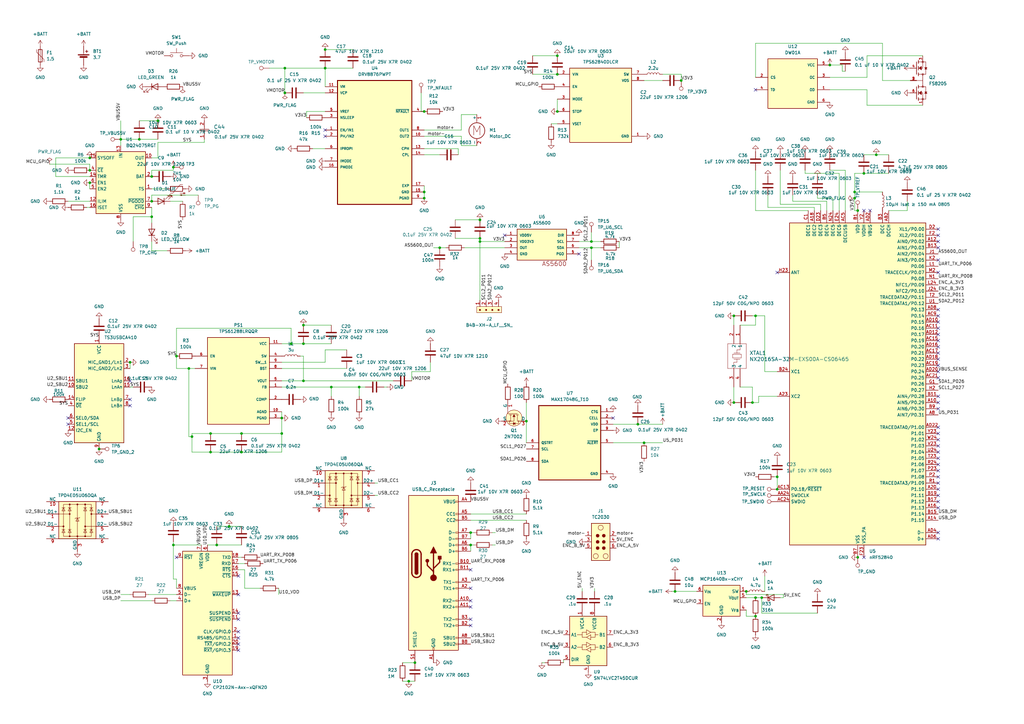
<source format=kicad_sch>
(kicad_sch (version 20250114) (generator "eeschema") (generator_version "9.0")
  (paper "A3")
  (lib_symbols
    (symbol "0402B104K160CT:0402B104K160CT" (pin_names (offset 0.254))
      (property "Reference" "C" (at 3.81 3.81 0))
      (property "Value" "0402B104K160CT" (at 3.81 -3.81 0))
      (symbol "0402B104K160CT_1_1"
        (pin unspecified line (at 0 0 0) (length 2.54) (name "") (number "1"))
        (pin unspecified line (at 7.62 0 180) (length 2.54) (name "") (number "2"))
      )
      (symbol "0402B104K160CT_1_2"
        (pin unspecified line (at 0 0 270) (length 2.54) (name "") (number "1"))
        (pin unspecified line (at 0 -7.62 90) (length 2.54) (name "") (number "2"))
      )
    )
    (symbol "AS5600:AS5600" (pin_names (offset 1.016))
      (property "Reference" "U" (at 0 0 0))
      (property "Value" "AS5600" (at 0 0 0))
      (symbol "AS5600_0_0"
        (text "AS5600" (at 0 -10.16 0) (effects (font (size 1.778 1.778)) (justify left bottom)))
        (pin power_in line (at -15.24 2.54 0) (length 5.08) (name "VDD5V") (number "1"))
        (pin power_in line (at -15.24 0 0) (length 5.08) (name "VDD3V3") (number "2"))
        (pin output line (at -15.24 -2.54 0) (length 5.08) (name "OUT") (number "3"))
        (pin power_in line (at -15.24 -5.08 0) (length 5.08) (name "GND") (number "4"))
        (pin input line (at 15.24 2.54 180) (length 5.08) (name "DIR") (number "8"))
        (pin input line (at 15.24 0 180) (length 5.08) (name "SCL") (number "7"))
        (pin bidirectional line (at 15.24 -2.54 180) (length 5.08) (name "SDA") (number "6"))
        (pin input line (at 15.24 -5.08 180) (length 5.08) (name "PGO") (number "5"))
      )
    )
    (symbol "Battery_Management:BQ24075RGT"
      (property "Reference" "U" (at -8.89 13.97 0))
      (property "Value" "BQ24075RGT" (at 16.51 13.97 0))
      (symbol "BQ24075RGT_1_1"
        (pin input line (at -12.7 10.16 0) (length 2.54) (name "SYSOFF") (number "15"))
        (pin input line (at -12.7 5.08 0) (length 2.54) (name "~{CE}") (number "4"))
        (pin input line (at -12.7 2.54 0) (length 2.54) (name "TMR") (number "14"))
        (pin input line (at -12.7 0 0) (length 2.54) (name "EN1") (number "6"))
        (pin input line (at -12.7 -2.54 0) (length 2.54) (name "EN2") (number "5"))
        (pin passive line (at -12.7 -7.62 0) (length 2.54) (name "ILIM") (number "12"))
        (pin passive line (at -12.7 -10.16 0) (length 2.54) (name "ISET") (number "16"))
        (pin power_in line (at 0 15.24 270) (length 2.54) (name "IN") (number "13"))
        (pin passive line (at 0 -15.24 90) (length 2.54) (hide yes) (name "VSS") (number "17"))
        (pin power_in line (at 0 -15.24 90) (length 2.54) (name "VSS") (number "8"))
        (pin power_out line (at 12.7 10.16 180) (length 2.54) (name "OUT") (number "10"))
        (pin passive line (at 12.7 10.16 180) (length 2.54) (hide yes) (name "OUT") (number "11"))
        (pin power_out line (at 12.7 2.54 180) (length 2.54) (name "BAT") (number "2"))
        (pin passive line (at 12.7 2.54 180) (length 2.54) (hide yes) (name "BAT") (number "3"))
        (pin passive line (at 12.7 -2.54 180) (length 2.54) (name "TS") (number "1"))
        (pin open_collector line (at 12.7 -7.62 180) (length 2.54) (name "~{PGOOD}") (number "7"))
        (pin open_collector line (at 12.7 -10.16 180) (length 2.54) (name "~{CHG}") (number "9"))
      )
    )
    (symbol "CS06465-32M:NX2016SA-32M-EXS00A-CS06465" (pin_names (offset 0.254))
      (property "Reference" "XTAL" (at 12.7 7.62 0))
      (property "Value" "NX2016SA-32M-EXS00A-CS06465" (at 12.7 5.08 0))
      (symbol "NX2016SA-32M-EXS00A-CS06465_0_1"
        (pin unspecified line (at 0 0 0) (length 7.62) (name "1") (number "1"))
        (pin unspecified line (at 0 -2.54 0) (length 7.62) (name "2") (number "2"))
        (pin unspecified line (at 25.4 0 180) (length 7.62) (name "4") (number "4"))
        (pin unspecified line (at 25.4 -2.54 180) (length 7.62) (name "3") (number "3"))
      )
    )
    (symbol "Connector:TC2030" (in_bom no)
      (property "Reference" "J" (at 1.27 8.89 0))
      (property "Value" "TC2030" (at 1.27 -8.89 0))
      (symbol "TC2030_1_1"
        (pin passive line (at -5.08 2.54 0) (length 2.54) (name "~") (number "1"))
        (pin passive line (at -5.08 0 0) (length 2.54) (name "~") (number "3"))
        (pin passive line (at -5.08 -2.54 0) (length 2.54) (name "~") (number "5"))
        (pin passive line (at 7.62 2.54 180) (length 2.54) (name "~") (number "2"))
        (pin passive line (at 7.62 0 180) (length 2.54) (name "~") (number "4"))
        (pin passive line (at 7.62 -2.54 180) (length 2.54) (name "~") (number "6"))
      )
    )
    (symbol "Connector:TestPoint" (pin_numbers (hide yes)) (pin_names (offset 0.762) (hide yes))
      (property "Reference" "TP" (at 0 6.858 0))
      (property "Value" "TestPoint" (at 0 5.08 0))
      (symbol "TestPoint_1_1"
        (pin passive line (at 0 0 90) (length 2.54) (name "1") (number "1"))
      )
    )
    (symbol "Connector:USB_C_Receptacle" (pin_names (offset 1.016))
      (property "Reference" "J" (at -10.16 29.21 0))
      (property "Value" "USB_C_Receptacle" (at 10.16 29.21 0))
      (symbol "USB_C_Receptacle_1_1"
        (pin passive line (at -7.62 -40.64 90) (length 5.08) (name "SHIELD") (number "S1"))
        (pin passive line (at 0 -40.64 90) (length 5.08) (name "GND") (number "A1"))
        (pin passive line (at 0 -40.64 90) (length 5.08) (hide yes) (name "GND") (number "A12"))
        (pin passive line (at 0 -40.64 90) (length 5.08) (hide yes) (name "GND") (number "B1"))
        (pin passive line (at 0 -40.64 90) (length 5.08) (hide yes) (name "GND") (number "B12"))
        (pin passive line (at 15.24 25.4 180) (length 5.08) (name "VBUS") (number "A4"))
        (pin passive line (at 15.24 25.4 180) (length 5.08) (hide yes) (name "VBUS") (number "A9"))
        (pin passive line (at 15.24 25.4 180) (length 5.08) (hide yes) (name "VBUS") (number "B4"))
        (pin passive line (at 15.24 25.4 180) (length 5.08) (hide yes) (name "VBUS") (number "B9"))
        (pin bidirectional line (at 15.24 20.32 180) (length 5.08) (name "CC1") (number "A5"))
        (pin bidirectional line (at 15.24 17.78 180) (length 5.08) (name "CC2") (number "B5"))
        (pin bidirectional line (at 15.24 12.7 180) (length 5.08) (name "D-") (number "A7"))
        (pin bidirectional line (at 15.24 10.16 180) (length 5.08) (name "D-") (number "B7"))
        (pin bidirectional line (at 15.24 7.62 180) (length 5.08) (name "D+") (number "A6"))
        (pin bidirectional line (at 15.24 5.08 180) (length 5.08) (name "D+") (number "B6"))
        (pin bidirectional line (at 15.24 0 180) (length 5.08) (name "RX1-") (number "B10"))
        (pin bidirectional line (at 15.24 -2.54 180) (length 5.08) (name "RX1+") (number "B11"))
        (pin bidirectional line (at 15.24 -7.62 180) (length 5.08) (name "TX1-") (number "A3"))
        (pin bidirectional line (at 15.24 -10.16 180) (length 5.08) (name "TX1+") (number "A2"))
        (pin bidirectional line (at 15.24 -15.24 180) (length 5.08) (name "RX2-") (number "A10"))
        (pin bidirectional line (at 15.24 -17.78 180) (length 5.08) (name "RX2+") (number "A11"))
        (pin bidirectional line (at 15.24 -22.86 180) (length 5.08) (name "TX2-") (number "B3"))
        (pin bidirectional line (at 15.24 -25.4 180) (length 5.08) (name "TX2+") (number "B2"))
        (pin bidirectional line (at 15.24 -30.48 180) (length 5.08) (name "SBU1") (number "A8"))
        (pin bidirectional line (at 15.24 -33.02 180) (length 5.08) (name "SBU2") (number "B8"))
      )
    )
    (symbol "DRV8876PWPT:DRV8876PWPT" (pin_names (offset 1.016))
      (property "Reference" "U4" (at 0 30.48 0))
      (property "Value" "DRV8876PWPT" (at 0 27.94 0))
      (symbol "DRV8876PWPT_0_0"
        (pin power_in line (at -20.32 22.86 0) (length 5.08) (name "VM") (number "11"))
        (pin passive line (at -20.32 20.32 0) (length 5.08) (name "VCP") (number "12"))
        (pin input line (at -20.32 12.7 0) (length 5.08) (name "VREF") (number "5"))
        (pin input line (at -20.32 10.16 0) (length 5.08) (name "NSLEEP") (number "3"))
        (pin input line (at -20.32 5.08 0) (length 5.08) (name "EN/IN1") (number "1"))
        (pin input line (at -20.32 2.54 0) (length 5.08) (name "PH/IN2") (number "2"))
        (pin output line (at -20.32 -2.54 0) (length 5.08) (name "IPROPI") (number "6"))
        (pin input line (at -20.32 -7.62 0) (length 5.08) (name "IMODE") (number "7"))
        (pin input line (at -20.32 -10.16 0) (length 5.08) (name "PMODE") (number "16"))
        (pin output line (at 20.32 12.7 180) (length 5.08) (name "~{NFAULT}") (number "4"))
        (pin output line (at 20.32 5.08 180) (length 5.08) (name "OUT1") (number "8"))
        (pin output line (at 20.32 2.54 180) (length 5.08) (name "OUT2") (number "10"))
        (pin bidirectional line (at 20.32 -2.54 180) (length 5.08) (name "CPH") (number "13"))
        (pin bidirectional line (at 20.32 -5.08 180) (length 5.08) (name "CPL") (number "14"))
        (pin passive line (at 20.32 -17.78 180) (length 5.08) (name "EXP") (number "17"))
        (pin power_in line (at 20.32 -20.32 180) (length 5.08) (name "GND") (number "15"))
        (pin power_in line (at 20.32 -22.86 180) (length 5.08) (name "PGND") (number "9"))
      )
    )
    (symbol "DW01A:DW01A" (pin_names (offset 1.016))
      (property "Reference" "U" (at -10.16 11.43 0))
      (property "Value" "DW01A" (at -10.16 -12.7 0))
      (symbol "DW01A_0_0"
        (pin input line (at -15.24 2.54 0) (length 5.08) (name "CS") (number "2"))
        (pin passive line (at -15.24 -2.54 0) (length 5.08) (name "TD") (number "4"))
        (pin power_in line (at 15.24 7.62 180) (length 5.08) (name "VCC") (number "5"))
        (pin output line (at 15.24 2.54 180) (length 5.08) (name "OC") (number "3"))
        (pin output line (at 15.24 -2.54 180) (length 5.08) (name "OD") (number "1"))
        (pin power_in line (at 15.24 -7.62 180) (length 5.08) (name "GND") (number "6"))
      )
    )
    (symbol "Device:Battery_Cell" (pin_numbers (hide yes)) (pin_names (offset 0) (hide yes))
      (property "Reference" "BT" (at 2.54 2.54 0))
      (property "Value" "Battery_Cell" (at 2.54 0 0))
      (symbol "Battery_Cell_1_1"
        (pin passive line (at 0 5.08 270) (length 2.54) (name "+") (number "1"))
        (pin passive line (at 0 -2.54 90) (length 2.54) (name "-") (number "2"))
      )
    )
    (symbol "Device:C" (pin_numbers (hide yes)) (pin_names (offset 0.254))
      (property "Reference" "C" (at 0.635 2.54 0))
      (property "Value" "C" (at 0.635 -2.54 0))
      (symbol "C_1_1"
        (pin passive line (at 0 3.81 270) (length 2.794) (name "~") (number "1"))
        (pin passive line (at 0 -3.81 90) (length 2.794) (name "~") (number "2"))
      )
    )
    (symbol "Device:D_Schottky" (pin_numbers (hide yes)) (pin_names (offset 1.016) (hide yes))
      (property "Reference" "D" (at 0 2.54 0))
      (property "Value" "D_Schottky" (at 0 -2.54 0))
      (symbol "D_Schottky_1_1"
        (pin passive line (at -3.81 0 0) (length 2.54) (name "K") (number "1"))
        (pin passive line (at 3.81 0 180) (length 2.54) (name "A") (number "2"))
      )
    )
    (symbol "Device:L" (pin_numbers (hide yes)) (pin_names (offset 1.016) (hide yes))
      (property "Reference" "L" (at -1.27 0 90))
      (property "Value" "L" (at 1.905 0 90))
      (symbol "L_1_1"
        (pin passive line (at 0 3.81 270) (length 1.27) (name "1") (number "1"))
        (pin passive line (at 0 -3.81 90) (length 1.27) (name "2") (number "2"))
      )
    )
    (symbol "Device:LED" (pin_numbers (hide yes)) (pin_names (offset 1.016) (hide yes))
      (property "Reference" "D" (at 0 2.54 0))
      (property "Value" "LED" (at 0 -2.54 0))
      (symbol "LED_1_1"
        (pin passive line (at -3.81 0 0) (length 2.54) (name "K") (number "1"))
        (pin passive line (at 3.81 0 180) (length 2.54) (name "A") (number "2"))
      )
    )
    (symbol "Device:Polyfuse" (pin_numbers (hide yes)) (pin_names (offset 0))
      (property "Reference" "F" (at -2.54 0 90))
      (property "Value" "Polyfuse" (at 2.54 0 90))
      (symbol "Polyfuse_1_1"
        (pin passive line (at 0 3.81 270) (length 1.27) (name "~") (number "1"))
        (pin passive line (at 0 -3.81 90) (length 1.27) (name "~") (number "2"))
      )
    )
    (symbol "Device:R" (pin_numbers (hide yes)) (pin_names (offset 0))
      (property "Reference" "R" (at 2.032 0 90))
      (property "Value" "R" (at 0 0 90))
      (symbol "R_1_1"
        (pin passive line (at 0 3.81 270) (length 1.27) (name "~") (number "1"))
        (pin passive line (at 0 -3.81 90) (length 1.27) (name "~") (number "2"))
      )
    )
    (symbol "Device:Thermistor_NTC" (pin_numbers (hide yes)) (pin_names (offset 0))
      (property "Reference" "TH" (at -4.445 0 90))
      (property "Value" "Thermistor_NTC" (at 3.175 0 90))
      (symbol "Thermistor_NTC_1_1"
        (pin passive line (at 0 3.81 270) (length 1.27) (name "~") (number "1"))
        (pin passive line (at 0 -3.81 90) (length 1.27) (name "~") (number "2"))
      )
    )
    (symbol "FS8205:FS8205" (pin_names (offset 1.016))
      (property "Reference" "Q" (at 2.54 2.286 0))
      (property "Value" "FS8205" (at 2.54 -2.032 0))
      (symbol "FS8205_0_0"
        (pin passive line (at -5.08 5.08 0) (length 2.54) (name "~") (number "4"))
        (pin passive line (at -5.08 0 0) (length 2.54) (name "~") (number "2"))
        (pin passive line (at -5.08 0 0) (length 2.54) (name "~") (number "5"))
        (pin passive line (at -5.08 -5.08 0) (length 2.54) (name "~") (number "6"))
        (pin passive line (at 0 10.16 270) (length 2.54) (name "~") (number "3"))
        (pin passive line (at 0 -10.16 90) (length 2.54) (name "~") (number "1"))
      )
    )
    (symbol "Interface_USB:CP2102N-Axx-xQFN20"
      (property "Reference" "U10" (at 2.1433 -27.94 0))
      (property "Value" "CP2102N-Axx-xQFN20" (at 2.1433 -30.48 0))
      (symbol "CP2102N-Axx-xQFN20_1_1"
        (pin input line (at -12.7 22.86 0) (length 2.54) (name "~{RST}") (number "9"))
        (pin input line (at -12.7 10.16 0) (length 2.54) (name "VBUS") (number "8"))
        (pin bidirectional line (at -12.7 7.62 0) (length 2.54) (name "D-") (number "5"))
        (pin bidirectional line (at -12.7 5.08 0) (length 2.54) (name "D+") (number "4"))
        (pin no_connect line (at -10.16 -22.86 0) (length 2.54) (hide yes) (name "NC") (number "10"))
        (pin power_in line (at -2.54 27.94 270) (length 2.54) (name "VREGIN") (number "7"))
        (pin power_out line (at 0 27.94 270) (length 2.54) (name "VDD") (number "6"))
        (pin passive line (at 0 -27.94 90) (length 2.54) (hide yes) (name "GND") (number "12"))
        (pin passive line (at 0 -27.94 90) (length 2.54) (hide yes) (name "GND") (number "21"))
        (pin power_in line (at 0 -27.94 90) (length 2.54) (name "GND") (number "3"))
        (pin output line (at 12.7 22.86 180) (length 2.54) (name "TXD") (number "18"))
        (pin input line (at 12.7 20.32 180) (length 2.54) (name "RXD") (number "17"))
        (pin output line (at 12.7 17.78 180) (length 2.54) (name "~{RTS}") (number "16"))
        (pin input line (at 12.7 15.24 180) (length 2.54) (name "~{CTS}") (number "15"))
        (pin input line (at 12.7 7.62 180) (length 2.54) (name "~{WAKEUP}") (number "13"))
        (pin output line (at 12.7 0 180) (length 2.54) (name "SUSPEND") (number "14"))
        (pin output line (at 12.7 -2.54 180) (length 2.54) (name "~{SUSPEND}") (number "11"))
        (pin bidirectional line (at 12.7 -7.62 180) (length 2.54) (name "CLK/GPIO.0") (number "2"))
        (pin bidirectional line (at 12.7 -10.16 180) (length 2.54) (name "RS485/GPIO.1") (number "1"))
        (pin bidirectional line (at 12.7 -12.7 180) (length 2.54) (name "~{TXT}/GPIO.2") (number "20"))
        (pin bidirectional line (at 12.7 -15.24 180) (length 2.54) (name "~{RXT}/GPIO.3") (number "19"))
      )
    )
    (symbol "Interface_USB:TS3USBCA410"
      (property "Reference" "U" (at 2.54 24.13 0))
      (property "Value" "TS3USBCA410" (at 2.54 21.59 0))
      (symbol "TS3USBCA410_0_0"
        (pin passive line (at 12.7 -2.54 180) (length 2.54) (name "LnBp") (number "7"))
        (pin passive line (at 12.7 -5.08 180) (length 2.54) (name "LnBn") (number "8"))
      )
      (symbol "TS3USBCA410_1_0"
        (pin passive line (at -12.7 5.08 0) (length 2.54) (name "SBU1") (number "11"))
        (pin passive line (at -12.7 2.54 0) (length 2.54) (name "SBU2") (number "10"))
        (pin input line (at -12.7 -2.54 0) (length 2.54) (name "FLIP") (number "14"))
        (pin input line (at -12.7 -5.08 0) (length 2.54) (name "~{OE}") (number "4"))
        (pin bidirectional line (at -12.7 -10.16 0) (length 2.54) (name "SEL0/SDA") (number "6"))
        (pin input line (at -12.7 -12.7 0) (length 2.54) (name "SEL1/SCL") (number "5"))
        (pin input line (at -12.7 -15.24 0) (length 2.54) (name "I2C_EN") (number "12"))
        (pin power_in line (at 0 22.86 270) (length 2.54) (name "VCC") (number "1"))
        (pin power_in line (at 0 -22.86 90) (length 2.54) (name "GND") (number "9"))
        (pin no_connect line (at 10.16 -12.7 180) (length 2.54) (hide yes) (name "NC") (number "13"))
        (pin passive line (at 12.7 12.7 180) (length 2.54) (name "MIC_GND1/Ln1") (number "2"))
        (pin passive line (at 12.7 10.16 180) (length 2.54) (name "MIC_GND2/Ln2") (number "3"))
        (pin passive line (at 12.7 5.08 180) (length 2.54) (name "LnAp") (number "16"))
        (pin passive line (at 12.7 2.54 180) (length 2.54) (name "LnAn") (number "15"))
      )
    )
    (symbol "Logic_LevelTranslator:SN74LVC2T45DCUR"
      (property "Reference" "U" (at -6.35 11.43 0))
      (property "Value" "SN74LVC2T45DCUR" (at 3.81 11.43 0))
      (symbol "SN74LVC2T45DCUR_1_1"
        (pin bidirectional line (at -10.16 2.54 0) (length 2.54) (name "A1") (number "2"))
        (pin bidirectional line (at -10.16 -2.54 0) (length 2.54) (name "A2") (number "3"))
        (pin input line (at -10.16 -7.62 0) (length 2.54) (name "DIR") (number "5"))
        (pin power_in line (at -2.54 12.7 270) (length 2.54) (name "VCCA") (number "1"))
        (pin power_in line (at 0 -12.7 90) (length 2.54) (name "GND") (number "4"))
        (pin power_in line (at 2.54 12.7 270) (length 2.54) (name "VCCB") (number "8"))
        (pin bidirectional line (at 10.16 2.54 180) (length 2.54) (name "B1") (number "7"))
        (pin bidirectional line (at 10.16 -2.54 180) (length 2.54) (name "B2") (number "6"))
      )
    )
    (symbol "MAX17048G_T10:MAX17048G_T10" (pin_names (offset 1.016))
      (property "Reference" "U" (at -12.7 16.24 0))
      (property "Value" "MAX17048G_T10" (at -12.7 -19.24 0))
      (symbol "MAX17048G_T10_0_0"
        (pin input line (at -17.78 0 0) (length 5.08) (name "QSTRT") (number "6"))
        (pin input line (at -17.78 -2.54 0) (length 5.08) (name "SCL") (number "7"))
        (pin bidirectional line (at -17.78 -7.62 0) (length 5.08) (name "SDA") (number "8"))
        (pin power_in line (at 17.78 12.7 180) (length 5.08) (name "CTG") (number "1"))
        (pin power_in line (at 17.78 10.16 180) (length 5.08) (name "CELL") (number "2"))
        (pin power_in line (at 17.78 7.62 180) (length 5.08) (name "VDD") (number "3"))
        (pin power_in line (at 17.78 5.08 180) (length 5.08) (name "EP") (number "9"))
        (pin output line (at 17.78 0 180) (length 5.08) (name "~{ALERT}") (number "5"))
        (pin power_in line (at 17.78 -12.7 180) (length 5.08) (name "GND") (number "4"))
      )
    )
    (symbol "MCU_Nordic:nRF52840"
      (property "Reference" "U" (at 0 5.08 0))
      (property "Value" "nRF52840" (at 0 2.54 0))
      (symbol "nRF52840_1_1"
        (pin passive line (at -33.02 45.72 0) (length 5.08) (name "ANT") (number "H23"))
        (pin input line (at -33.02 5.08 0) (length 5.08) (name "XC1") (number "B24"))
        (pin input line (at -33.02 -5.08 0) (length 5.08) (name "XC2") (number "A23"))
        (pin bidirectional line (at -33.02 -43.18 0) (length 5.08) (name "P0.18/~{RESET}") (number "AC13"))
        (pin input line (at -33.02 -45.72 0) (length 5.08) (name "SWDCLK") (number "AA24"))
        (pin bidirectional line (at -33.02 -48.26 0) (length 5.08) (name "SWDIO") (number "AC24"))
        (pin passive line (at -20.32 71.12 270) (length 5.08) (name "DEC1") (number "C1"))
        (pin passive line (at -17.78 71.12 270) (length 5.08) (name "DEC2") (number "A18"))
        (pin passive line (at -15.24 71.12 270) (length 5.08) (name "DEC3") (number "D23"))
        (pin passive line (at -12.7 71.12 270) (length 5.08) (name "DEC4") (number "B5"))
        (pin passive line (at -10.16 71.12 270) (length 5.08) (name "DEC5") (number "N24"))
        (pin passive line (at -7.62 71.12 270) (length 5.08) (name "DEC6") (number "E24"))
        (pin passive line (at -5.08 71.12 270) (length 5.08) (name "DECUSB") (number "AC5"))
        (pin passive line (at 0 71.12 270) (length 5.08) (hide yes) (name "VDD") (number "A22"))
        (pin passive line (at 0 71.12 270) (length 5.08) (hide yes) (name "VDD") (number "AD14"))
        (pin passive line (at 0 71.12 270) (length 5.08) (hide yes) (name "VDD") (number "AD23"))
        (pin power_in line (at 0 71.12 270) (length 5.08) (name "VDD") (number "B1"))
        (pin passive line (at 0 71.12 270) (length 5.08) (hide yes) (name "VDD") (number "W1"))
        (pin power_in line (at 0 -71.12 90) (length 5.08) (name "VSS") (number "B7"))
        (pin passive line (at 0 -71.12 90) (length 5.08) (hide yes) (name "VSS") (number "EP"))
        (pin power_in line (at 2.54 71.12 270) (length 5.08) (name "VDDH") (number "Y2"))
        (pin power_in line (at 2.54 -71.12 90) (length 5.08) (name "VSS_PA") (number "F23"))
        (pin power_in line (at 5.08 71.12 270) (length 5.08) (name "VBUS") (number "AD2"))
        (pin power_out line (at 10.16 71.12 270) (length 5.08) (name "DCC") (number "B3"))
        (pin power_out line (at 12.7 71.12 270) (length 5.08) (name "DCCH") (number "AB2"))
        (pin bidirectional line (at 33.02 63.5 180) (length 5.08) (name "XL1/P0.00") (number "D2"))
        (pin bidirectional line (at 33.02 60.96 180) (length 5.08) (name "XL2/P0.01") (number "F2"))
        (pin bidirectional line (at 33.02 58.42 180) (length 5.08) (name "AIN0/P0.02") (number "A12"))
        (pin bidirectional line (at 33.02 55.88 180) (length 5.08) (name "AIN1/P0.03") (number "B13"))
        (pin bidirectional line (at 33.02 53.34 180) (length 5.08) (name "AIN2/P0.04") (number "J1"))
        (pin bidirectional line (at 33.02 50.8 180) (length 5.08) (name "AIN3/P0.05") (number "K2"))
        (pin bidirectional line (at 33.02 48.26 180) (length 5.08) (name "P0.06") (number "L1"))
        (pin bidirectional line (at 33.02 45.72 180) (length 5.08) (name "TRACECLK/P0.07") (number "M2"))
        (pin bidirectional line (at 33.02 43.18 180) (length 5.08) (name "P0.08") (number "N1"))
        (pin bidirectional line (at 33.02 40.64 180) (length 5.08) (name "NFC1/P0.09") (number "L24"))
        (pin bidirectional line (at 33.02 38.1 180) (length 5.08) (name "NFC2/P0.10") (number "J24"))
        (pin bidirectional line (at 33.02 35.56 180) (length 5.08) (name "TRACEDATA2/P0.11") (number "T2"))
        (pin bidirectional line (at 33.02 33.02 180) (length 5.08) (name "TRACEDATA1/P0.12") (number "U1"))
        (pin bidirectional line (at 33.02 30.48 180) (length 5.08) (name "P0.13") (number "AD8"))
        (pin bidirectional line (at 33.02 27.94 180) (length 5.08) (name "P0.14") (number "AC9"))
        (pin bidirectional line (at 33.02 25.4 180) (length 5.08) (name "P0.15") (number "AD10"))
        (pin bidirectional line (at 33.02 22.86 180) (length 5.08) (name "P0.16") (number "AC11"))
        (pin bidirectional line (at 33.02 20.32 180) (length 5.08) (name "P0.17") (number "AD12"))
        (pin bidirectional line (at 33.02 17.78 180) (length 5.08) (name "P0.19") (number "AC15"))
        (pin bidirectional line (at 33.02 15.24 180) (length 5.08) (name "P0.20") (number "AD16"))
        (pin bidirectional line (at 33.02 12.7 180) (length 5.08) (name "P0.21") (number "AC17"))
        (pin bidirectional line (at 33.02 10.16 180) (length 5.08) (name "P0.22") (number "AD18"))
        (pin bidirectional line (at 33.02 7.62 180) (length 5.08) (name "P0.23") (number "AC19"))
        (pin bidirectional line (at 33.02 5.08 180) (length 5.08) (name "P0.24") (number "AD20"))
        (pin bidirectional line (at 33.02 2.54 180) (length 5.08) (name "P0.25") (number "AC21"))
        (pin bidirectional line (at 33.02 0 180) (length 5.08) (name "P0.26") (number "G1"))
        (pin bidirectional line (at 33.02 -2.54 180) (length 5.08) (name "P0.27") (number "H2"))
        (pin bidirectional line (at 33.02 -5.08 180) (length 5.08) (name "AIN4/P0.28") (number "B11"))
        (pin bidirectional line (at 33.02 -7.62 180) (length 5.08) (name "AIN5/P0.29") (number "A10"))
        (pin bidirectional line (at 33.02 -10.16 180) (length 5.08) (name "AIN6/P0.30") (number "B9"))
        (pin bidirectional line (at 33.02 -12.7 180) (length 5.08) (name "AIN7/P0.31") (number "A8"))
        (pin bidirectional line (at 33.02 -17.78 180) (length 5.08) (name "TRACEDATA0/P1.00") (number "AD22"))
        (pin bidirectional line (at 33.02 -20.32 180) (length 5.08) (name "P1.01") (number "Y23"))
        (pin bidirectional line (at 33.02 -22.86 180) (length 5.08) (name "P1.02") (number "W24"))
        (pin bidirectional line (at 33.02 -25.4 180) (length 5.08) (name "P1.03") (number "V23"))
        (pin bidirectional line (at 33.02 -27.94 180) (length 5.08) (name "P1.04") (number "U24"))
        (pin bidirectional line (at 33.02 -30.48 180) (length 5.08) (name "P1.05") (number "T23"))
        (pin bidirectional line (at 33.02 -33.02 180) (length 5.08) (name "P1.06") (number "R24"))
        (pin bidirectional line (at 33.02 -35.56 180) (length 5.08) (name "P1.07") (number "P23"))
        (pin bidirectional line (at 33.02 -38.1 180) (length 5.08) (name "P1.08") (number "P2"))
        (pin bidirectional line (at 33.02 -40.64 180) (length 5.08) (name "TRACEDATA3/P1.09") (number "R1"))
        (pin bidirectional line (at 33.02 -43.18 180) (length 5.08) (name "P1.10") (number "A20"))
        (pin bidirectional line (at 33.02 -45.72 180) (length 5.08) (name "P1.11") (number "B19"))
        (pin bidirectional line (at 33.02 -48.26 180) (length 5.08) (name "P1.12") (number "B17"))
        (pin bidirectional line (at 33.02 -50.8 180) (length 5.08) (name "P1.13") (number "A16"))
        (pin bidirectional line (at 33.02 -53.34 180) (length 5.08) (name "P1.14") (number "B15"))
        (pin bidirectional line (at 33.02 -55.88 180) (length 5.08) (name "P1.15") (number "A14"))
        (pin bidirectional line (at 33.02 -60.96 180) (length 5.08) (name "D-") (number "AD4"))
        (pin bidirectional line (at 33.02 -63.5 180) (length 5.08) (name "D+") (number "AD6"))
      )
    )
    (symbol "Motor:Motor_DC" (pin_names (offset 0))
      (property "Reference" "M" (at 2.54 2.54 0))
      (property "Value" "Motor_DC" (at 2.54 -5.08 0))
      (symbol "Motor_DC_1_1"
        (pin passive line (at 0 5.08 270) (length 2.54) (name "+") (number "1"))
        (pin passive line (at 0 -7.62 90) (length 2.54) (name "-") (number "2"))
      )
    )
    (symbol "Power_Protection:TPD4E05U06DQA" (pin_names (offset 0))
      (property "Reference" "U" (at -0.635 8.89 0))
      (property "Value" "TPD4E05U06DQA" (at 1.905 -10.16 0))
      (symbol "TPD4E05U06DQA_1_1"
        (pin free line (at -12.7 7.62 0) (length 5.08) (name "NC") (number "10"))
        (pin passive line (at -12.7 2.54 0) (length 5.08) (name "D1+") (number "1"))
        (pin passive line (at -12.7 -2.54 0) (length 5.08) (name "D1-") (number "2"))
        (pin free line (at -12.7 -7.62 0) (length 5.08) (name "NC") (number "9"))
        (pin power_in line (at 0 -12.7 90) (length 5.08) (name "GND") (number "3"))
        (pin passive line (at 0 -12.7 90) (length 5.08) (hide yes) (name "GND") (number "8"))
        (pin free line (at 12.7 7.62 180) (length 5.08) (name "NC") (number "7"))
        (pin passive line (at 12.7 2.54 180) (length 5.08) (name "D2+") (number "4"))
        (pin passive line (at 12.7 -2.54 180) (length 5.08) (name "D2-") (number "5"))
        (pin free line (at 12.7 -7.62 180) (length 5.08) (name "NC") (number "6"))
      )
    )
    (symbol "Regulator_Switching:MCP1640Bx-xCHY"
      (property "Reference" "U" (at -7.62 8.89 0))
      (property "Value" "MCP1640Bx-xCHY" (at -1.27 8.89 0))
      (symbol "MCP1640Bx-xCHY_1_1"
        (pin power_in line (at -10.16 5.08 0) (length 2.54) (name "V_{IN}") (number "6"))
        (pin input line (at -10.16 0 0) (length 2.54) (name "EN") (number "3"))
        (pin power_in line (at 0 -7.62 90) (length 2.54) (name "GND") (number "2"))
        (pin input line (at 10.16 5.08 180) (length 2.54) (name "SW") (number "1"))
        (pin power_out line (at 10.16 2.54 180) (length 2.54) (name "V_{OUT}") (number "5"))
        (pin input line (at 10.16 -2.54 180) (length 2.54) (name "V_{FB}") (number "4"))
      )
    )
    (symbol "Switch:SW_Push" (pin_numbers (hide yes)) (pin_names (offset 1.016) (hide yes))
      (property "Reference" "SW" (at 1.27 2.54 0))
      (property "Value" "SW_Push" (at 0 -1.524 0))
      (symbol "SW_Push_0_1"
        (pin passive line (at -5.08 0 0) (length 2.54) (name "1") (number "1"))
        (pin passive line (at 5.08 0 180) (length 2.54) (name "2") (number "2"))
      )
    )
    (symbol "TPS61288LRQQR:TPS61288LRQQR" (pin_names (offset 1.016))
      (property "Reference" "PS" (at -12.7 18.288 0))
      (property "Value" "TPS61288LRQQR" (at -12.7 -20.32 0))
      (symbol "TPS61288LRQQR_0_0"
        (pin input line (at -17.78 10.16 0) (length 5.08) (name "EN") (number "6"))
        (pin input line (at -17.78 5.08 0) (length 5.08) (name "VIN") (number "7"))
        (pin power_in line (at 17.78 15.24 180) (length 5.08) (name "VCC") (number "11"))
        (pin output line (at 17.78 10.16 180) (length 5.08) (name "SW") (number "4"))
        (pin output line (at 17.78 7.62 180) (length 5.08) (name "SW__1") (number "9"))
        (pin output line (at 17.78 5.08 180) (length 5.08) (name "BST") (number "8"))
        (pin output line (at 17.78 0 180) (length 5.08) (name "VOUT") (number "5"))
        (pin input line (at 17.78 -2.54 180) (length 5.08) (name "FB") (number "1"))
        (pin output line (at 17.78 -7.62 180) (length 5.08) (name "COMP") (number "2"))
        (pin power_in line (at 17.78 -12.7 180) (length 5.08) (name "AGND") (number "10"))
        (pin power_in line (at 17.78 -15.24 180) (length 5.08) (name "PGND") (number "3"))
      )
    )
    (symbol "TPS62840DLCR:TPS62840DLCR" (pin_names (offset 1.016))
      (property "Reference" "U3" (at 0 20.32 0))
      (property "Value" "TPS62840DLCR" (at 0 17.78 0))
      (symbol "TPS62840DLCR_0_0"
        (pin power_in line (at -17.78 12.7 0) (length 5.08) (name "VIN") (number "2"))
        (pin input line (at -17.78 7.62 0) (length 5.08) (name "EN") (number "4"))
        (pin input line (at -17.78 2.54 0) (length 5.08) (name "MODE") (number "3"))
        (pin input line (at -17.78 -2.54 0) (length 5.08) (name "STOP") (number "6"))
        (pin input line (at -17.78 -7.62 0) (length 5.08) (name "VSET") (number "5"))
        (pin passive line (at 17.78 12.7 180) (length 5.08) (name "SW") (number "7"))
        (pin input line (at 17.78 10.16 180) (length 5.08) (name "VOS") (number "8"))
        (pin power_in line (at 17.78 -12.7 180) (length 5.08) (name "GND") (number "1"))
      )
    )
    (symbol "dk_Rectangular-Connectors-Headers-Male-Pins:B4B-XH-A_LF__SN_" (pin_names (offset 1.016))
      (property "Reference" "J" (at -2.54 -1.27 0))
      (property "Value" "B4B-XH-A_LF__SN_" (at 3.81 -3.81 0))
      (symbol "B4B-XH-A_LF__SN__1_1"
        (pin passive line (at 0 2.54 270) (length 2.54) (name "~") (number "1"))
        (pin passive line (at 2.54 2.54 270) (length 2.54) (name "~") (number "2"))
        (pin passive line (at 5.08 2.54 270) (length 2.54) (name "~") (number "3"))
        (pin passive line (at 7.62 2.54 270) (length 2.54) (name "~") (number "4"))
      )
    )
    (symbol "dk_Transistors-FETs-MOSFETs-Single:2N7002" (pin_names (offset 0))
      (property "Reference" "Q" (at -2.6924 3.6322 0))
      (property "Value" "2N7002" (at 3.4544 0 90))
      (symbol "2N7002_1_1"
        (pin bidirectional line (at -7.62 -2.54 0) (length 2.54) (name "G") (number "1"))
        (pin bidirectional line (at 0 5.08 270) (length 2.54) (name "D") (number "3"))
        (pin bidirectional line (at 0 -5.08 90) (length 2.54) (name "S") (number "2"))
      )
    )
    (symbol "power:+BATT" (power) (pin_numbers (hide yes)) (pin_names (offset 0) (hide yes))
      (property "Value" "+BATT" (at 0 3.556 0))
      (symbol "+BATT_1_1"
        (pin power_in line (at 0 0 90) (length 0) (name "~") (number "1"))
      )
    )
    (symbol "power:GND" (power) (pin_numbers (hide yes)) (pin_names (offset 0) (hide yes))
      (property "Value" "GND" (at 0 -3.81 0))
      (symbol "GND_1_1"
        (pin power_in line (at 0 0 270) (length 0) (name "~") (number "1"))
      )
    )
    (symbol "power:PWR_FLAG" (power) (pin_numbers (hide yes)) (pin_names (offset 0) (hide yes))
      (property "Value" "PWR_FLAG" (at 0 3.81 0))
      (symbol "PWR_FLAG_0_0"
        (pin power_out line (at 0 0 90) (length 0) (name "~") (number "1"))
      )
    )
  )
  (junction (at 306.07 242.57))
  (junction (at 99.06 185.42))
  (junction (at 340.36 26.67))
  (junction (at 53.34 148.59))
  (junction (at 124.46 133.35))
  (junction (at 86.36 185.42))
  (junction (at 264.16 181.61))
  (junction (at 57.15 57.15))
  (junction (at 318.77 200.66))
  (junction (at 62.23 72.39))
  (junction (at 36.83 64.77))
  (junction (at 167.64 279.4))
  (junction (at 196.85 90.17))
  (junction (at 115.57 177.8))
  (junction (at 116.84 38.1))
  (junction (at 279.4 33.02))
  (junction (at 49.53 57.15))
  (junction (at 351.79 86.36))
  (junction (at 350.52 78.74))
  (junction (at 215.9 172.72))
  (junction (at 115.57 171.45))
  (junction (at 173.99 78.74))
  (junction (at 359.41 63.5))
  (junction (at 36.83 69.85))
  (junction (at 71.12 223.52))
  (junction (at 133.35 27.94))
  (junction (at 77.47 151.13))
  (junction (at 62.23 82.55))
  (junction (at 300.99 165.1))
  (junction (at 312.42 245.11))
  (junction (at 228.6 30.48))
  (junction (at 71.12 68.58))
  (junction (at 261.62 173.99))
  (junction (at 133.35 20.32))
  (junction (at 86.36 177.8))
  (junction (at 72.39 146.05))
  (junction (at 350.52 81.28))
  (junction (at 196.85 97.79))
  (junction (at 180.34 101.6))
  (junction (at 351.79 228.6))
  (junction (at 318.77 195.58))
  (junction (at 242.57 101.6))
  (junction (at 196.85 99.06))
  (junction (at 309.88 245.11))
  (junction (at 308.61 165.1))
  (junction (at 78.74 179.07))
  (junction (at 124.46 140.97))
  (junction (at 99.06 177.8))
  (junction (at 119.38 140.97))
  (junction (at 135.89 158.75))
  (junction (at 300.99 129.54))
  (junction (at 228.6 22.86))
  (junction (at 62.23 88.9))
  (junction (at 242.57 99.06))
  (junction (at 309.88 129.54))
  (junction (at 173.99 45.72))
  (junction (at 193.04 223.52))
  (junction (at 88.9 223.52))
  (junction (at 116.84 27.94))
  (junction (at 228.6 45.72))
  (junction (at 147.32 158.75))
  (junction (at 276.86 242.57))
  (junction (at 309.88 252.73))
  (junction (at 93.98 215.9))
  (junction (at 36.83 74.93))
  (junction (at 64.77 49.53))
  (junction (at 193.04 218.44))
  (junction (at 354.33 71.12))
  (junction (at 124.46 156.21))
  (junction (at 173.99 81.28))
  (junction (at 170.18 271.78))
  (junction (at 40.64 184.15))
  (no_connect (at 309.88 36.83))
  (no_connect (at 193.04 248.92))
  (no_connect (at 384.81 152.4))
  (no_connect (at 207.01 96.52))
  (no_connect (at 384.81 167.64))
  (no_connect (at 356.87 86.36))
  (no_connect (at 27.94 171.45))
  (no_connect (at 193.04 241.3))
  (no_connect (at 97.79 259.08))
  (no_connect (at 384.81 144.78))
  (no_connect (at 251.46 171.45))
  (no_connect (at 384.81 182.88))
  (no_connect (at 384.81 137.16))
  (no_connect (at 354.33 86.36))
  (no_connect (at 384.81 203.2))
  (no_connect (at 384.81 139.7))
  (no_connect (at 133.35 53.34))
  (no_connect (at 384.81 99.06))
  (no_connect (at 384.81 200.66))
  (no_connect (at 237.49 104.14))
  (no_connect (at 384.81 193.04))
  (no_connect (at 384.81 162.56))
  (no_connect (at 384.81 96.52))
  (no_connect (at 384.81 147.32))
  (no_connect (at 97.79 261.62))
  (no_connect (at 384.81 142.24))
  (no_connect (at 53.34 163.83))
  (no_connect (at 384.81 218.44))
  (no_connect (at 384.81 205.74))
  (no_connect (at 97.79 251.46))
  (no_connect (at 384.81 111.76))
  (no_connect (at 97.79 264.16))
  (no_connect (at 384.81 93.98))
  (no_connect (at 193.04 254))
  (no_connect (at 72.39 228.6))
  (no_connect (at 384.81 165.1))
  (no_connect (at 384.81 175.26))
  (no_connect (at 384.81 101.6))
  (no_connect (at 193.04 256.54))
  (no_connect (at 97.79 236.22))
  (no_connect (at 384.81 190.5))
  (no_connect (at 384.81 195.58))
  (no_connect (at 53.34 166.37))
  (no_connect (at 384.81 129.54))
  (no_connect (at 384.81 149.86))
  (no_connect (at 384.81 134.62))
  (no_connect (at 384.81 106.68))
  (no_connect (at 193.04 233.68))
  (no_connect (at 318.77 111.76))
  (no_connect (at 27.94 173.99))
  (no_connect (at 384.81 185.42))
  (no_connect (at 97.79 254))
  (no_connect (at 384.81 132.08))
  (no_connect (at 133.35 55.88))
  (no_connect (at 384.81 220.98))
  (no_connect (at 384.81 154.94))
  (no_connect (at 384.81 208.28))
  (no_connect (at 53.34 156.21))
  (no_connect (at 97.79 266.7))
  (no_connect (at 97.79 243.84))
  (no_connect (at 354.33 228.6))
  (no_connect (at 384.81 177.8))
  (no_connect (at 384.81 198.12))
  (no_connect (at 384.81 127))
  (no_connect (at 384.81 180.34))
  (no_connect (at 384.81 187.96))
  (no_connect (at 193.04 246.38))
  (wire (pts (xy 203.2 218.44) (xy 201.93 218.44)))
  (wire (pts (xy 173.99 60.96) (xy 187.96 60.96)))
  (wire (pts (xy 173.99 53.34) (xy 189.23 53.34)))
  (wire (pts (xy 318.77 200.66) (xy 318.77 195.58)))
  (wire (pts (xy 176.53 148.59) (xy 176.53 152.4)))
  (wire (pts (xy 49.53 49.53) (xy 49.53 57.15)))
  (wire (pts (xy 309.88 17.78) (xy 361.95 17.78)))
  (wire (pts (xy 264.16 33.02) (xy 271.78 33.02)))
  (wire (pts (xy 100.33 233.68) (xy 100.33 241.3)))
  (wire (pts (xy 311.15 162.56) (xy 318.77 162.56)))
  (wire (pts (xy 242.57 99.06) (xy 237.49 99.06)))
  (wire (pts (xy 193.04 213.36) (xy 215.9 213.36)))
  (wire (pts (xy 194.31 218.44) (xy 193.04 218.44)))
  (wire (pts (xy 312.42 251.46) (xy 335.28 251.46)))
  (wire (pts (xy 57.15 57.15) (xy 64.77 57.15)))
  (wire (pts (xy 242.57 101.6) (xy 242.57 106.68)))
  (wire (pts (xy 218.44 30.48) (xy 228.6 30.48)))
  (wire (pts (xy 350.52 71.12) (xy 354.33 71.12)))
  (wire (pts (xy 341.63 86.36) (xy 341.63 81.28)))
  (wire (pts (xy 64.77 58.42) (xy 64.77 64.77)))
  (wire (pts (xy 153.67 203.2) (xy 154.94 203.2)))
  (wire (pts (xy 116.84 27.94) (xy 116.84 38.1)))
  (wire (pts (xy 308.61 129.54) (xy 309.88 129.54)))
  (wire (pts (xy 355.6 43.18) (xy 355.6 36.83)))
  (wire (pts (xy 135.89 158.75) (xy 147.32 158.75)))
  (wire (pts (xy 309.88 31.75) (xy 309.88 17.78)))
  (wire (pts (xy 275.59 242.57) (xy 276.86 242.57)))
  (wire (pts (xy 82.55 223.52) (xy 71.12 223.52)))
  (wire (pts (xy 62.23 77.47) (xy 68.58 77.47)))
  (wire (pts (xy 133.35 148.59) (xy 133.35 143.51)))
  (wire (pts (xy 62.23 69.85) (xy 71.12 69.85)))
  (wire (pts (xy 72.39 151.13) (xy 77.47 151.13)))
  (wire (pts (xy 78.74 177.8) (xy 86.36 177.8)))
  (wire (pts (xy 119.38 140.97) (xy 115.57 140.97)))
  (wire (pts (xy 189.23 53.34) (xy 189.23 46.99)))
  (wire (pts (xy 215.9 165.1) (xy 215.9 172.72)))
  (wire (pts (xy 194.31 223.52) (xy 193.04 223.52)))
  (wire (pts (xy 147.32 158.75) (xy 147.32 162.56)))
  (wire (pts (xy 22.86 72.39) (xy 22.86 64.77)))
  (wire (pts (xy 36.83 72.39) (xy 22.86 72.39)))
  (wire (pts (xy 54.61 158.75) (xy 53.34 158.75)))
  (wire (pts (xy 231.14 271.78) (xy 231.14 270.51)))
  (wire (pts (xy 133.35 27.94) (xy 133.35 35.56)))
  (wire (pts (xy 334.01 86.36) (xy 334.01 85.09)))
  (wire (pts (xy 54.61 99.06) (xy 54.61 88.9)))
  (wire (pts (xy 350.52 78.74) (xy 361.95 78.74)))
  (wire (pts (xy 193.04 210.82) (xy 215.9 210.82)))
  (wire (pts (xy 133.35 20.32) (xy 144.78 20.32)))
  (wire (pts (xy 71.12 222.25) (xy 71.12 223.52)))
  (wire (pts (xy 344.17 86.36) (xy 344.17 71.12)))
  (wire (pts (xy 309.88 129.54) (xy 313.69 129.54)))
  (wire (pts (xy 124.46 140.97) (xy 135.89 140.97)))
  (wire (pts (xy 271.78 30.48) (xy 279.4 30.48)))
  (wire (pts (xy 88.9 223.52) (xy 99.06 223.52)))
  (wire (pts (xy 354.33 63.5) (xy 359.41 63.5)))
  (wire (pts (xy 165.1 279.4) (xy 167.64 279.4)))
  (wire (pts (xy 49.53 246.38) (xy 62.23 246.38)))
  (wire (pts (xy 378.46 43.18) (xy 355.6 43.18)))
  (wire (pts (xy 168.91 152.4) (xy 176.53 152.4)))
  (wire (pts (xy 339.09 86.36) (xy 339.09 82.55)))
  (wire (pts (xy 124.46 156.21) (xy 161.29 156.21)))
  (wire (pts (xy 340.36 31.75) (xy 355.6 31.75)))
  (wire (pts (xy 300.99 129.54) (xy 300.99 133.35)))
  (wire (pts (xy 88.9 215.9) (xy 93.98 215.9)))
  (wire (pts (xy 172.72 45.72) (xy 173.99 45.72)))
  (wire (pts (xy 308.61 158.75) (xy 308.61 165.1)))
  (wire (pts (xy 144.78 27.94) (xy 133.35 27.94)))
  (wire (pts (xy 346.71 86.36) (xy 346.71 69.85)))
  (wire (pts (xy 243.84 241.3) (xy 243.84 242.57)))
  (wire (pts (xy 62.23 85.09) (xy 62.23 88.9)))
  (wire (pts (xy 115.57 148.59) (xy 133.35 148.59)))
  (wire (pts (xy 228.6 40.64) (xy 228.6 45.72)))
  (wire (pts (xy 186.69 90.17) (xy 196.85 90.17)))
  (wire (pts (xy 77.47 179.07) (xy 78.74 179.07)))
  (wire (pts (xy 306.07 252.73) (xy 309.88 252.73)))
  (wire (pts (xy 62.23 102.87) (xy 62.23 99.06)))
  (wire (pts (xy 355.6 31.75) (xy 355.6 22.86)))
  (wire (pts (xy 72.39 134.62) (xy 119.38 134.62)))
  (wire (pts (xy 207.01 99.06) (xy 196.85 99.06)))
  (wire (pts (xy 53.34 148.59) (xy 53.34 151.13)))
  (wire (pts (xy 62.23 64.77) (xy 64.77 64.77)))
  (wire (pts (xy 119.38 134.62) (xy 119.38 140.97)))
  (wire (pts (xy 330.2 71.12) (xy 330.2 69.85)))
  (wire (pts (xy 313.69 236.22) (xy 313.69 242.57)))
  (wire (pts (xy 167.64 279.4) (xy 170.18 279.4)))
  (wire (pts (xy 124.46 38.1) (xy 133.35 38.1)))
  (wire (pts (xy 115.57 168.91) (xy 115.57 171.45)))
  (wire (pts (xy 125.73 48.26) (xy 125.73 45.72)))
  (wire (pts (xy 271.78 181.61) (xy 264.16 181.61)))
  (wire (pts (xy 331.47 86.36) (xy 309.88 86.36)))
  (wire (pts (xy 364.49 86.36) (xy 372.11 86.36)))
  (wire (pts (xy 246.38 99.06) (xy 242.57 99.06)))
  (wire (pts (xy 49.53 57.15) (xy 57.15 57.15)))
  (wire (pts (xy 318.77 195.58) (xy 317.5 195.58)))
  (wire (pts (xy 74.93 82.55) (xy 69.85 82.55)))
  (wire (pts (xy 345.44 29.21) (xy 346.71 29.21)))
  (wire (pts (xy 165.1 271.78) (xy 170.18 271.78)))
  (wire (pts (xy 313.69 129.54) (xy 313.69 152.4)))
  (wire (pts (xy 99.06 228.6) (xy 97.79 228.6)))
  (wire (pts (xy 85.09 223.52) (xy 88.9 223.52)))
  (wire (pts (xy 99.06 185.42) (xy 115.57 185.42)))
  (wire (pts (xy 354.33 71.12) (xy 364.49 71.12)))
  (wire (pts (xy 173.99 55.88) (xy 189.23 55.88)))
  (wire (pts (xy 311.15 165.1) (xy 311.15 162.56)))
  (wire (pts (xy 77.47 151.13) (xy 77.47 179.07)))
  (wire (pts (xy 115.57 151.13) (xy 142.24 151.13)))
  (wire (pts (xy 196.85 99.06) (xy 196.85 123.19)))
  (wire (pts (xy 62.23 80.01) (xy 81.28 80.01)))
  (wire (pts (xy 100.33 241.3) (xy 106.68 241.3)))
  (wire (pts (xy 86.36 177.8) (xy 99.06 177.8)))
  (wire (pts (xy 321.31 243.84) (xy 321.31 245.11)))
  (wire (pts (xy 62.23 88.9) (xy 62.23 91.44)))
  (wire (pts (xy 186.69 97.79) (xy 196.85 97.79)))
  (wire (pts (xy 313.69 152.4) (xy 318.77 152.4)))
  (wire (pts (xy 190.5 101.6) (xy 207.01 101.6)))
  (wire (pts (xy 173.99 63.5) (xy 180.34 63.5)))
  (wire (pts (xy 246.38 101.6) (xy 242.57 101.6)))
  (wire (pts (xy 309.88 245.11) (xy 306.07 245.11)))
  (wire (pts (xy 336.55 83.82) (xy 320.04 83.82)))
  (wire (pts (xy 97.79 233.68) (xy 100.33 233.68)))
  (wire (pts (xy 124.46 133.35) (xy 135.89 133.35)))
  (wire (pts (xy 189.23 59.69) (xy 195.58 59.69)))
  (wire (pts (xy 350.52 86.36) (xy 351.79 86.36)))
  (wire (pts (xy 350.52 78.74) (xy 350.52 71.12)))
  (wire (pts (xy 196.85 99.06) (xy 196.85 97.79)))
  (wire (pts (xy 135.89 158.75) (xy 135.89 162.56)))
  (wire (pts (xy 215.9 172.72) (xy 215.9 181.61)))
  (wire (pts (xy 335.28 81.28) (xy 335.28 80.01)))
  (wire (pts (xy 361.95 33.02) (xy 373.38 33.02)))
  (wire (pts (xy 334.01 85.09) (xy 314.96 85.09)))
  (wire (pts (xy 187.96 60.96) (xy 187.96 63.5)))
  (wire (pts (xy 78.74 179.07) (xy 78.74 185.42)))
  (wire (pts (xy 62.23 82.55) (xy 62.23 80.01)))
  (wire (pts (xy 303.53 158.75) (xy 308.61 158.75)))
  (wire (pts (xy 153.67 198.12) (xy 154.94 198.12)))
  (wire (pts (xy 172.72 38.1) (xy 172.72 45.72)))
  (wire (pts (xy 62.23 69.85) (xy 62.23 72.39)))
  (wire (pts (xy 57.15 49.53) (xy 64.77 49.53)))
  (wire (pts (xy 218.44 22.86) (xy 228.6 22.86)))
  (wire (pts (xy 116.84 27.94) (xy 133.35 27.94)))
  (wire (pts (xy 325.12 82.55) (xy 325.12 80.01)))
  (wire (pts (xy 49.53 57.15) (xy 49.53 59.69)))
  (wire (pts (xy 251.46 173.99) (xy 261.62 173.99)))
  (wire (pts (xy 309.88 129.54) (xy 309.88 133.35)))
  (wire (pts (xy 242.57 101.6) (xy 237.49 101.6)))
  (wire (pts (xy 71.12 69.85) (xy 71.12 68.58)))
  (wire (pts (xy 300.99 158.75) (xy 300.99 165.1)))
  (wire (pts (xy 226.06 50.8) (xy 228.6 50.8)))
  (wire (pts (xy 350.52 81.28) (xy 350.52 78.74)))
  (wire (pts (xy 72.39 237.49) (xy 71.12 237.49)))
  (wire (pts (xy 173.99 78.74) (xy 173.99 81.28)))
  (wire (pts (xy 83.82 57.15) (xy 83.82 58.42)))
  (wire (pts (xy 36.83 74.93) (xy 36.83 77.47)))
  (wire (pts (xy 242.57 95.25) (xy 242.57 99.06)))
  (wire (pts (xy 345.44 26.67) (xy 340.36 26.67)))
  (wire (pts (xy 68.58 102.87) (xy 62.23 102.87)))
  (wire (pts (xy 336.55 86.36) (xy 336.55 83.82)))
  (wire (pts (xy 312.42 245.11) (xy 309.88 245.11)))
  (wire (pts (xy 193.04 223.52) (xy 193.04 226.06)))
  (wire (pts (xy 189.23 55.88) (xy 189.23 59.69)))
  (wire (pts (xy 350.52 86.36) (xy 350.52 81.28)))
  (wire (pts (xy 312.42 245.11) (xy 312.42 251.46)))
  (wire (pts (xy 309.88 86.36) (xy 309.88 69.85)))
  (wire (pts (xy 133.35 143.51) (xy 142.24 143.51)))
  (wire (pts (xy 86.36 185.42) (xy 99.06 185.42)))
  (wire (pts (xy 168.91 156.21) (xy 168.91 152.4)))
  (wire (pts (xy 27.94 82.55) (xy 36.83 82.55)))
  (wire (pts (xy 177.8 101.6) (xy 180.34 101.6)))
  (wire (pts (xy 196.85 90.17) (xy 196.85 91.44)))
  (wire (pts (xy 110.49 27.94) (xy 116.84 27.94)))
  (wire (pts (xy 64.77 58.42) (xy 83.82 58.42)))
  (wire (pts (xy 115.57 185.42) (xy 115.57 177.8)))
  (wire (pts (xy 72.39 146.05) (xy 72.39 151.13)))
  (wire (pts (xy 345.44 29.21) (xy 345.44 26.67)))
  (wire (pts (xy 93.98 215.9) (xy 99.06 215.9)))
  (wire (pts (xy 346.71 69.85) (xy 340.36 69.85)))
  (wire (pts (xy 189.23 46.99) (xy 195.58 46.99)))
  (wire (pts (xy 124.46 140.97) (xy 119.38 140.97)))
  (wire (pts (xy 77.47 151.13) (xy 80.01 151.13)))
  (wire (pts (xy 355.6 36.83) (xy 340.36 36.83)))
  (wire (pts (xy 97.79 231.14) (xy 100.33 231.14)))
  (wire (pts (xy 308.61 165.1) (xy 311.15 165.1)))
  (wire (pts (xy 320.04 83.82) (xy 320.04 69.85)))
  (wire (pts (xy 361.95 17.78) (xy 361.95 33.02)))
  (wire (pts (xy 222.25 271.78) (xy 223.52 271.78)))
  (wire (pts (xy 193.04 218.44) (xy 193.04 220.98)))
  (wire (pts (xy 344.17 71.12) (xy 330.2 71.12)))
  (wire (pts (xy 115.57 156.21) (xy 124.46 156.21)))
  (wire (pts (xy 78.74 179.07) (xy 78.74 177.8)))
  (wire (pts (xy 124.46 146.05) (xy 124.46 156.21)))
  (wire (pts (xy 372.11 82.55) (xy 372.11 86.36)))
  (wire (pts (xy 71.12 237.49) (xy 71.12 223.52)))
  (wire (pts (xy 124.46 146.05) (xy 123.19 146.05)))
  (wire (pts (xy 306.07 242.57) (xy 306.07 243.84)))
  (wire (pts (xy 359.41 63.5) (xy 364.49 63.5)))
  (wire (pts (xy 254 99.06) (xy 254 101.6)))
  (wire (pts (xy 321.31 245.11) (xy 320.04 245.11)))
  (wire (pts (xy 314.96 80.01) (xy 314.96 85.09)))
  (wire (pts (xy 355.6 22.86) (xy 378.46 22.86)))
  (wire (pts (xy 264.16 181.61) (xy 251.46 181.61)))
  (wire (pts (xy 306.07 243.84) (xy 321.31 243.84)))
  (wire (pts (xy 173.99 76.2) (xy 173.99 78.74)))
  (wire (pts (xy 49.53 243.84) (xy 53.34 243.84)))
  (wire (pts (xy 115.57 158.75) (xy 135.89 158.75)))
  (wire (pts (xy 261.62 173.99) (xy 271.78 173.99)))
  (wire (pts (xy 54.61 88.9) (xy 62.23 88.9)))
  (wire (pts (xy 158.75 158.75) (xy 157.48 158.75)))
  (wire (pts (xy 149.86 158.75) (xy 147.32 158.75)))
  (wire (pts (xy 303.53 133.35) (xy 309.88 133.35)))
  (wire (pts (xy 36.83 67.31) (xy 36.83 69.85)))
  (wire (pts (xy 72.39 241.3) (xy 72.39 237.49)))
  (wire (pts (xy 35.56 85.09) (xy 36.83 85.09)))
  (wire (pts (xy 60.96 243.84) (xy 72.39 243.84)))
  (wire (pts (xy 128.27 60.96) (xy 133.35 60.96)))
  (wire (pts (xy 115.57 171.45) (xy 115.57 177.8)))
  (wire (pts (xy 20.32 67.31) (xy 36.83 67.31)))
  (wire (pts (xy 238.76 241.3) (xy 238.76 242.57)))
  (wire (pts (xy 69.85 246.38) (xy 72.39 246.38)))
  (wire (pts (xy 276.86 242.57) (xy 285.75 242.57)))
  (wire (pts (xy 78.74 185.42) (xy 86.36 185.42)))
  (wire (pts (xy 306.07 250.19) (xy 306.07 252.73)))
  (wire (pts (xy 279.4 30.48) (xy 279.4 33.02)))
  (wire (pts (xy 339.09 82.55) (xy 325.12 82.55)))
  (wire (pts (xy 22.86 64.77) (xy 36.83 64.77)))
  (wire (pts (xy 203.2 223.52) (xy 201.93 223.52)))
  (wire (pts (xy 125.73 45.72) (xy 133.35 45.72)))
  (wire (pts (xy 114.3 243.84) (xy 114.3 241.3)))
  (wire (pts (xy 180.34 101.6) (xy 182.88 101.6)))
  (wire (pts (xy 99.06 177.8) (xy 115.57 177.8)))
  (wire (pts (xy 341.63 81.28) (xy 335.28 81.28)))
  (wire (pts (xy 72.39 134.62) (xy 72.39 146.05)))
  (label "MCU_GPIO" (at 20.32 67.31 180))
  (label "USB_CC1" (at 154.94 198.12 0))
  (label "VBUS5V" (at 49.53 49.53 90))
  (label "USB_DM" (at 203.2 218.44 0))
  (label "V3V3" (at 350.52 86.36 90))
  (label "V3V3" (at 125.73 48.26 180))
  (label "ENC_B_3V3" (at 251.46 265.43 0))
  (label "ENC_B_3V3" (at 384.81 119.38 0))
  (label "SDA1_P026" (at 215.9 189.23 180))
  (label "ENC_A_3V3" (at 384.81 116.84 0))
  (label "USB_DP" (at 384.81 213.36 0))
  (label "USB_SBU2" (at 44.45 215.9 0))
  (label "motor+" (at 252.73 219.71 0))
  (label "U2_SBU1" (at 19.05 210.82 180))
  (label "V3V3" (at 309.88 195.58 180))
  (label "USB_CC1" (at 201.93 210.82 0))
  (label "UART_RX_P008" (at 384.81 114.3 0))
  (label "MCU_GPIO" (at 208.28 157.48 90))
  (label "USB_CC2" (at 154.94 203.2 0))
  (label "U5_P031" (at 384.81 170.18 0))
  (label "V3V3" (at 279.4 33.02 0))
  (label "V3V3" (at 207.01 99.06 180))
  (label "USB_DP" (at 203.2 223.52 0))
  (label "VBUS5V" (at 193.04 205.74 0))
  (label "USB_SBU2" (at 193.04 264.16 0))
  (label "VBUS_SENSE" (at 384.81 152.4 0))
  (label "V3V3" (at 264.16 189.23 270))
  (label "VBUS5V" (at 82.55 223.52 90))
  (label "SYS" (at 218.44 30.48 180))
  (label "USB_DM" (at 384.81 210.82 0))
  (label "USB_DM" (at 128.27 203.2 180))
  (label "SYS" (at 72.39 146.05 180))
  (label "U2_SBU2" (at 19.05 215.9 180))
  (label "USB_DP" (at 128.27 198.12 180))
  (label "AS5600_OUT" (at 177.8 101.6 180))
  (label "SCL1_P027" (at 384.81 160.02 0))
  (label "ENC_B_5V" (at 240.03 224.79 180))
  (label "AS5600_OUT" (at 384.81 104.14 0))
  (label "UART_TX_P006" (at 384.81 109.22 0))
  (label "MCU_GPIO" (at 285.75 247.65 180))
  (label "SYS" (at 74.93 90.17 270))
  (label "motor-" (at 240.03 219.71 180))
  (label "ENC_B_5V" (at 231.14 265.43 180))
  (label "VBUS5V" (at 74.93 35.56 0))
  (label "SYS" (at 53.34 158.75 0))
  (label "5V_ENC" (at 321.31 245.11 0))
  (label "ENC_A_5V" (at 252.73 224.79 0))
  (label "VMOTOR" (at 67.31 22.86 180))
  (label "USB_CC2" (at 201.93 213.36 0))
  (label "5V_ENC" (at 252.73 222.25 0))
  (label "SCL2_P011" (at 384.81 121.92 0))
  (label "U2_SBU2" (at 27.94 158.75 180))
  (label "U2_SBU1" (at 27.94 156.21 180))
  (label "VMOTOR" (at 116.84 38.1 180))
  (label "V3V3" (at 254 99.06 0))
  (label "SDA2_P012" (at 201.93 123.19 90))
  (label "VMOTOR" (at 168.91 156.21 0))
  (label "SDA2_P012" (at 241.3 101.6 270))
  (label "SYS" (at 74.93 58.42 0))
  (label "SDA2_P012" (at 384.81 124.46 0))
  (label "V3V3" (at 181.61 45.72 0))
  (label "MCU_GPIO" (at 220.98 35.56 180))
  (label "USB_DM" (at 49.53 243.84 180))
  (label "motor-" (at 175.26 55.88 0))
  (label "motor+" (at 179.07 53.34 0))
  (label "USB_SBU1" (at 193.04 261.62 0))
  (label "SCL2_P011" (at 199.39 123.19 90))
  (label "UART_RX_P008" (at 106.68 228.6 0))
  (label "SYS" (at 27.94 166.37 180))
  (label "SCL1_P027" (at 215.9 184.15 180))
  (label "SDA1_P026" (at 384.81 157.48 0))
  (label "UART_TX_P006" (at 193.04 238.76 0))
  (label "ENC_A_5V" (at 231.14 260.35 180))
  (label "UART_RX_P008" (at 193.04 231.14 0))
  (label "5V_ENC" (at 238.76 241.3 90))
  (label "V3V3" (at 243.84 241.3 90))
  (label "USB_DP" (at 49.53 246.38 180))
  (label "U10_VDD" (at 85.09 223.52 90))
  (label "U10_VDD" (at 114.3 243.84 0))
  (label "UART_TX_P006" (at 107.95 231.14 0))
  (label "ENC_A_3V3" (at 251.46 260.35 0))
  (label "U5_P031" (at 271.78 181.61 0))
  (label "SYS" (at 40.64 138.43 180))
  (label "USB_SBU1" (at 44.45 210.82 0))
  (label "SCL2_P011" (at 241.3 99.06 90))
  (symbol (lib_id "power:GND") (at 64.77 49.53 180) (unit 1)
    (property "Reference" "#PWR017" (effects (hide yes)))
    (property "Value" "GND" (at 64.77 44.45 0))
    (property "Description" "Power symbol creates a global label with name \"GND\" , ground" (effects (hide yes)))
  )
  (symbol (lib_id "power:GND") (at 335.28 72.39 180) (unit 1)
    (property "Reference" "#PWR061" (effects (hide yes)))
    (property "Value" "GND" (at 335.28 67.31 0))
    (property "Description" "Power symbol creates a global label with name \"GND\" , ground" (effects (hide yes)))
  )
  (symbol (lib_id "power:GND") (at 340.36 62.23 180) (unit 1)
    (property "Reference" "#PWR062" (effects (hide yes)))
    (property "Value" "GND" (at 340.36 57.15 0))
    (property "Description" "Power symbol creates a global label with name \"GND\" , ground" (effects (hide yes)))
  )
  (symbol (lib_id "Device:R") (at 177.8 45.72 90) (unit 1)
    (property "Reference" "R12" (at 177.8 39.37 90))
    (property "Value" "10k" (at 177.8 41.91 90))
    (property "Footprint" "Resistor_SMD:R_0603_1608Metric" (effects (hide yes)))
    (property "Description" "Resistor" (effects (hide yes)))
  )
  (symbol (lib_id "Device:C") (at 275.59 33.02 90) (unit 1)
    (property "Reference" "C2" (at 263.906 37.846 90))
    (property "Value" "22uF 10V X7R 1206" (at 272.288 39.878 90))
    (property "Footprint" "custom:CAP_CC1206_YAG-L" (effects (hide yes)))
    (property "Datasheet" "https://www.yageogroup.com/content/datasheet/asset/file/UPY-GPHC_X7R_6_3V-TO-250V" (effects (hide yes)))
    (property "Description" "Unpolarized capacitor" (effects (hide yes)))
  )
  (symbol (lib_id "Device:R") (at 104.14 231.14 90) (unit 1)
    (property "Reference" "R25" (at 103.886 235.712 90))
    (property "Value" "27" (at 103.886 233.68 90))
    (property "Footprint" "Resistor_SMD:R_0603_1608Metric" (effects (hide yes)))
    (property "Description" "Resistor" (effects (hide yes)))
  )
  (symbol (lib_id "Connector:TC2030") (at 245.11 222.25 0) (unit 1) (in_bom no)
    (property "Reference" "J1" (at 246.38 209.55 0))
    (property "Value" "TC2030" (at 246.38 212.09 0))
    (property "Footprint" "Connector:Tag-Connect_TC2030-IDC-NL_2x03_P1.27mm_Vertical" (effects (hide yes)))
    (property "Datasheet" "https://www.tag-connect.com/wp-content/uploads/bsk-pdf-manager/2019/12/TC2030-IDC-NL-Datasheet-Rev-B.pdf" (effects (hide yes)))
    (property "Description" "Tag-Connect’s 6-pins connector" (effects (hide yes)))
  )
  (symbol (lib_id "Connector:TestPoint") (at 242.57 95.25 0) (unit 1)
    (property "Reference" "TP15" (at 245.11 90.6779 0) (effects (justify left)))
    (property "Value" "TP_U6_SCL" (at 245.11 93.2179 0) (effects (justify left)))
    (property "Footprint" "TestPoint:TestPoint_Pad_D1.0mm" (effects (hide yes)))
    (property "Description" "test point" (effects (hide yes)))
  )
  (symbol (lib_id "AS5600:AS5600") (at 222.25 99.06 0) (unit 1) (exclude_from_sim yes)
    (property "Reference" "U6" (at 222.2574 88.9 0))
    (property "Value" "AS5600" (at 222.2574 91.44 0))
    (property "Footprint" "AS5600:SOIC8" (effects (hide yes)))
    (property "MF" "Ams AG" (effects (hide yes)))
    (property "Description_1" "Hall Effect Sensor Rotary Position External Magnet, Not Included Gull Wing" (effects (hide yes)))
    (property "Package" "None" (effects (hide yes)))
    (property "Price" "None" (effects (hide yes)))
    (property "SnapEDA_Link" "https://www.snapeda.com/parts/AS5600/ams/view-part/?ref=snap" (effects (hide yes)))
    (property "MP" "AS5600" (effects (hide yes)))
    (property "Availability" "Not in stock" (effects (hide yes)))
    (property "Check_prices" "https://www.snapeda.com/parts/AS5600/ams/view-part/?ref=eda" (effects (hide yes)))
  )
  (symbol (lib_id "power:GND") (at 173.99 81.28 0) (unit 1)
    (property "Reference" "#PWR035" (effects (hide yes)))
    (property "Value" "GND" (at 173.99 86.36 0))
    (property "Description" "Power symbol creates a global label with name \"GND\" , ground" (effects (hide yes)))
  )
  (symbol (lib_id "Device:C") (at 180.34 105.41 0) (unit 1)
    (property "Reference" "C47" (at 173.736 104.648 0) (effects (justify left)))
    (property "Value" "100n" (at 172.974 106.68 0) (effects (justify left)))
    (property "Description" "Unpolarized capacitor" (effects (hide yes)))
  )
  (symbol (lib_id "Device:C") (at 71.12 218.44 0) (unit 1)
    (property "Reference" "C35" (at 73.152 212.598 0) (effects (justify left)))
    (property "Value" "1uF 10V X7R 0603" (at 66.802 214.884 0) (effects (justify left)))
    (property "Footprint" "custom:CAPC1608X90" (effects (hide yes)))
    (property "Datasheet" "https://www.yageogroup.com/content/datasheet/asset/file/UPY-GPHC_X7R_6_3V-TO-250V" (effects (hide yes)))
    (property "Description" "Unpolarized capacitor" (effects (hide yes)))
  )
  (symbol (lib_id "Device:C") (at 335.28 247.65 0) (unit 1)
    (property "Reference" "C49" (at 339.09 246.3799 0) (effects (justify left)))
    (property "Value" "22u" (at 339.09 248.9199 0) (effects (justify left)))
    (property "Description" "Unpolarized capacitor" (effects (hide yes)))
  )
  (symbol (lib_id "power:GND") (at 318.77 187.96 180) (unit 1)
    (property "Reference" "#PWR039" (effects (hide yes)))
    (property "Value" "GND" (at 318.77 182.88 0))
    (property "Description" "Power symbol creates a global label with name \"GND\" , ground" (effects (hide yes)))
  )
  (symbol (lib_id "power:GND") (at 196.85 90.17 180) (unit 1)
    (property "Reference" "#PWR040" (effects (hide yes)))
    (property "Value" "GND" (at 196.85 85.09 0))
    (property "Description" "Power symbol creates a global label with name \"GND\" , ground" (effects (hide yes)))
  )
  (symbol (lib_id "Device:C") (at 228.6 26.67 0) (unit 1)
    (property "Reference" "C14" (at 231.394 19.558 0) (effects (justify left)))
    (property "Value" "10uF 10V X7R 0603" (at 231.14 21.082 0) (effects (justify left)))
    (property "Footprint" "custom:CAPC1608X90" (effects (hide yes)))
    (property "Datasheet" "https://datasheets.kyocera-avx.com/LD-Series.pdf" (effects (hide yes)))
    (property "Description" "Unpolarized capacitor" (effects (hide yes)))
  )
  (symbol (lib_id "Device:C") (at 346.71 25.4 0) (unit 1)
    (property "Reference" "C45" (at 350.52 24.1299 0) (effects (justify left)))
    (property "Value" "0.1 uF 10 V X7R 0402" (at 350.52 26.6699 0) (effects (justify left)))
    (property "Footprint" "custom:CAP_0402_N_WAL" (effects (hide yes)))
    (property "Datasheet" "0402B104K160CT" (effects (hide yes)))
    (property "Description" "Unpolarized capacitor" (effects (hide yes)))
  )
  (symbol (lib_id "Connector:TestPoint") (at 318.77 203.2 90) (unit 1)
    (property "Reference" "TP10" (effects (hide yes)))
    (property "Value" "TP_SWCLK" (at 309.372 202.692 90))
    (property "Footprint" "TestPoint:TestPoint_Pad_D1.0mm" (effects (hide yes)))
    (property "Description" "test point" (effects (hide yes)))
  )
  (symbol (lib_id "Device:R") (at 264.16 185.42 0) (unit 1)
    (property "Reference" "R27" (at 266.7 184.1499 0) (effects (justify left)))
    (property "Value" "10k" (at 266.7 186.6899 0) (effects (justify left)))
    (property "Footprint" "Resistor_SMD:R_0603_1608Metric" (effects (hide yes)))
    (property "Description" "Resistor" (effects (hide yes)))
  )
  (symbol (lib_id "Battery_Management:BQ24075RGT") (at 49.53 74.93 0) (unit 1) (exclude_from_sim yes)
    (property "Reference" "U1" (at 51.6733 57.15 0) (effects (justify left)))
    (property "Value" "BQ24075RGT" (at 51.6733 59.69 0) (effects (justify left)))
    (property "Footprint" "Package_DFN_QFN:VQFN-16-1EP_3x3mm_P0.5mm_EP1.6x1.6mm" (effects (hide yes)))
    (property "Datasheet" "http://www.ti.com/lit/ds/symlink/bq24075.pdf" (effects (hide yes)))
    (property "Description" "USB-Friendly Li-Ion Battery Charger and Power-Path Management, VQFN-16" (effects (hide yes)))
  )
  (symbol (lib_id "power:GND") (at 251.46 168.91 180) (unit 1)
    (property "Reference" "#PWR071" (effects (hide yes)))
    (property "Value" "GND" (at 251.46 163.83 0))
    (property "Description" "Power symbol creates a global label with name \"GND\" , ground" (effects (hide yes)))
  )
  (symbol (lib_id "power:GND") (at 226.06 58.42 0) (unit 1)
    (property "Reference" "#PWR030" (effects (hide yes)))
    (property "Value" "GND" (at 226.06 63.5 0))
    (property "Description" "Power symbol creates a global label with name \"GND\" , ground" (effects (hide yes)))
  )
  (symbol (lib_id "power:GND") (at 123.19 163.83 90) (unit 1)
    (property "Reference" "#PWR013" (effects (hide yes)))
    (property "Value" "GND" (at 126.746 163.576 90) (effects (justify right)))
    (property "Description" "Power symbol creates a global label with name \"GND\" , ground" (effects (hide yes)))
  )
  (symbol (lib_id "power:GND") (at 359.41 63.5 180) (unit 1)
    (property "Reference" "#PWR038" (effects (hide yes)))
    (property "Value" "GND" (at 359.41 58.42 0))
    (property "Description" "Power symbol creates a global label with name \"GND\" , ground" (effects (hide yes)))
  )
  (symbol (lib_id "power:GND") (at 207.01 104.14 0) (unit 1)
    (property "Reference" "#PWR041" (effects (hide yes)))
    (property "Value" "GND" (at 207.01 109.22 0))
    (property "Description" "Power symbol creates a global label with name \"GND\" , ground" (effects (hide yes)))
  )
  (symbol (lib_id "Device:R") (at 165.1 275.59 0) (unit 1)
    (property "Reference" "R23" (at 159.004 274.828 0) (effects (justify left)))
    (property "Value" "1M" (at 159.004 277.368 0) (effects (justify left)))
    (property "Footprint" "Resistor_SMD:R_0603_1608Metric" (effects (hide yes)))
    (property "Description" "Resistor" (effects (hide yes)))
  )
  (symbol (lib_id "power:PWR_FLAG") (at 350.52 81.28 90) (unit 1)
    (property "Reference" "#FLG01" (effects (hide yes)))
    (property "Value" "PWR_FLAG" (at 346.71 81.2799 90) (effects (justify left)))
    (property "Description" "Special symbol for telling ERC where power comes from" (effects (hide yes)))
  )
  (symbol (lib_id "Device:R") (at 309.88 256.54 0) (unit 1)
    (property "Reference" "R34" (at 312.42 255.2699 0) (effects (justify left)))
    (property "Value" "100k" (at 312.42 257.8099 0) (effects (justify left)))
    (property "Description" "Resistor" (effects (hide yes)))
  )
  (symbol (lib_id "Device:C") (at 309.88 66.04 0) (unit 1)
    (property "Reference" "C36" (at 302.768 63.754 0) (effects (justify left)))
    (property "Value" "1uF 10V X7R 0603" (at 288.798 66.294 0) (effects (justify left)))
    (property "Footprint" "custom:CAPC1608X90" (effects (hide yes)))
    (property "Datasheet" "https://www.yageogroup.com/content/datasheet/asset/file/UPY-GPHC_X7R_6_3V-TO-250V" (effects (hide yes)))
    (property "Description" "Unpolarized capacitor" (effects (hide yes)))
  )
  (symbol (lib_id "power:GND") (at 69.85 72.39 90) (unit 1)
    (property "Reference" "#PWR020" (effects (hide yes)))
    (property "Value" "GND" (at 73.66 72.3899 90) (effects (justify right)))
    (property "Description" "Power symbol creates a global label with name \"GND\" , ground" (effects (hide yes)))
  )
  (symbol (lib_id "power:GND") (at 77.47 22.86 90) (unit 1)
    (property "Reference" "#PWR067" (effects (hide yes)))
    (property "Value" "GND" (at 81.28 22.8599 90) (effects (justify right)))
    (property "Description" "Power symbol creates a global label with name \"GND\" , ground" (effects (hide yes)))
  )
  (symbol (lib_id "Device:R") (at 198.12 218.44 270) (unit 1)
    (property "Reference" "R29" (at 198.12 214.122 90))
    (property "Value" "27" (at 198.12 216.662 90))
    (property "Footprint" "Resistor_SMD:R_0603_1608Metric" (effects (hide yes)))
    (property "Description" "Resistor" (effects (hide yes)))
  )
  (symbol (lib_id "Connector:TestPoint") (at 110.49 27.94 90) (unit 1)
    (property "Reference" "TP5" (effects (hide yes)))
    (property "Value" "TP_VMOTOR" (at 107.188 25.4 90))
    (property "Footprint" "TestPoint:TestPoint_Pad_D1.5mm" (effects (hide yes)))
    (property "Description" "test point" (effects (hide yes)))
  )
  (symbol (lib_id "power:GND") (at 251.46 194.31 0) (unit 1)
    (property "Reference" "#PWR045" (effects (hide yes)))
    (property "Value" "GND" (at 251.46 199.39 0))
    (property "Description" "Power symbol creates a global label with name \"GND\" , ground" (effects (hide yes)))
  )
  (symbol (lib_id "Connector:TestPoint") (at 71.12 68.58 270) (unit 1)
    (property "Reference" "TP3" (at 76.2 67.3099 90) (effects (justify left)))
    (property "Value" "TP_BATT" (effects (hide yes)))
    (property "Footprint" "TestPoint:TestPoint_Pad_D1.5mm" (effects (hide yes)))
    (property "Description" "test point" (effects (hide yes)))
  )
  (symbol (lib_id "power:GND") (at 241.3 275.59 0) (unit 1)
    (property "Reference" "#PWR051" (effects (hide yes)))
    (property "Value" "GND" (at 241.3 280.67 0))
    (property "Description" "Power symbol creates a global label with name \"GND\" , ground" (effects (hide yes)))
  )
  (symbol (lib_id "Logic_LevelTranslator:SN74LVC2T45DCUR") (at 241.3 262.89 0) (unit 1)
    (property "Reference" "U9" (at 243.4433 275.59 0) (effects (justify left)))
    (property "Value" "SN74LVC2T45DCUR" (at 243.4433 278.13 0) (effects (justify left)))
    (property "Footprint" "Package_SO:VSSOP-8_2.3x2mm_P0.5mm" (effects (hide yes)))
    (property "Datasheet" "http://www.ti.com/lit/ds/symlink/sn74lvc2t45.pdf" (effects (hide yes)))
    (property "Description" "Dual-Bit Dual-Supply Bus Transceiver With Configurable Voltage Translation and 3-State Outputs, VSSOP-8" (effects (hide yes)))
  )
  (symbol (lib_id "Device:L") (at 119.38 146.05 90) (unit 1)
    (property "Reference" "L1" (at 119.38 140.97 90))
    (property "Value" "3u" (at 119.38 143.51 90))
    (property "Footprint" "Inductor_SMD:L_1008_2520Metric" (effects (hide yes)))
    (property "Description" "Inductor" (effects (hide yes)))
  )
  (symbol (lib_id "Device:C") (at 64.77 53.34 0) (unit 1)
    (property "Reference" "C11" (at 68.58 52.0699 0) (effects (justify left)))
    (property "Value" "0.1 uF 10 V X7R 0402" (at 67.818 54.102 0) (effects (justify left)))
    (property "Footprint" "custom:CAP_0402_N_WAL" (effects (hide yes)))
    (property "Datasheet" "0402B104K160CT" (effects (hide yes)))
    (property "Description" "Unpolarized capacitor" (effects (hide yes)))
  )
  (symbol (lib_id "power:+BATT") (at 313.69 236.22 0) (unit 1)
    (property "Reference" "#PWR086" (effects (hide yes)))
    (property "Value" "+BATT" (at 313.69 231.14 0))
    (property "Description" "Power symbol creates a global label with name \"+BATT\"" (effects (hide yes)))
  )
  (symbol (lib_id "Device:C") (at 184.15 63.5 90) (unit 1)
    (property "Reference" "C16" (at 184.15 55.88 90))
    (property "Value" "1uF 10V X7R 0603" (at 184.15 58.42 90))
    (property "Footprint" "custom:CAPC1608X90" (effects (hide yes)))
    (property "Datasheet" "https://www.yageogroup.com/content/datasheet/asset/file/UPY-GPHC_X7R_6_3V-TO-250V" (effects (hide yes)))
    (property "Description" "Unpolarized capacitor" (effects (hide yes)))
  )
  (symbol (lib_id "power:GND") (at 133.35 68.58 270) (unit 1)
    (property "Reference" "#PWR034" (effects (hide yes)))
    (property "Value" "GND" (at 129.54 68.5799 90) (effects (justify right)))
    (property "Description" "Power symbol creates a global label with name \"GND\" , ground" (effects (hide yes)))
  )
  (symbol (lib_id "power:GND") (at 85.09 279.4 0) (unit 1)
    (property "Reference" "#PWR053" (effects (hide yes)))
    (property "Value" "GND" (at 85.09 284.48 0))
    (property "Description" "Power symbol creates a global label with name \"GND\" , ground" (effects (hide yes)))
  )
  (symbol (lib_id "Device:R") (at 31.75 85.09 90) (unit 1)
    (property "Reference" "R2" (at 31.75 78.74 90))
    (property "Value" "1k" (at 31.75 81.28 90))
    (property "Footprint" "Resistor_SMD:R_0603_1608Metric" (effects (hide yes)))
    (property "Description" "Resistor" (effects (hide yes)))
  )
  (symbol (lib_id "power:+BATT") (at 271.78 173.99 0) (unit 1)
    (property "Reference" "#PWR044" (effects (hide yes)))
    (property "Value" "+BATT" (at 271.78 171.196 90) (effects (justify left)))
    (property "Description" "Power symbol creates a global label with name \"+BATT\"" (effects (hide yes)))
  )
  (symbol (lib_id "Device:R") (at 74.93 86.36 180) (unit 1)
    (property "Reference" "R7" (at 77.47 85.0899 0) (effects (justify right)))
    (property "Value" "1k" (at 77.47 87.6299 0) (effects (justify right)))
    (property "Footprint" "Resistor_SMD:R_0603_1608Metric" (effects (hide yes)))
    (property "Description" "Resistor" (effects (hide yes)))
  )
  (symbol (lib_id "MCU_Nordic:nRF52840") (at 351.79 157.48 0) (unit 1) (exclude_from_sim yes)
    (property "Reference" "U5" (at 356.4733 226.06 0) (effects (justify left)))
    (property "Value" "nRF52840" (at 356.4733 228.6 0) (effects (justify left)))
    (property "Footprint" "Package_DFN_QFN:Nordic_AQFN-73-1EP_7x7mm_P0.5mm" (effects (hide yes)))
    (property "Datasheet" "http://infocenter.nordicsemi.com/topic/com.nordic.infocenter.nrf52/dita/nrf52/chips/nrf52840.html" (effects (hide yes)))
    (property "Description" "Multiprotocol BLE/ANT/2.4 GHz/802.15.4 Cortex-M4F SoC, AQFN-73" (effects (hide yes)))
  )
  (symbol (lib_id "Device:R") (at 226.06 54.61 0) (unit 1)
    (property "Reference" "R13" (at 228.6 53.3399 0) (effects (justify left)))
    (property "Value" "732k" (at 228.6 55.8799 0) (effects (justify left)))
    (property "Footprint" "Resistor_SMD:R_0603_1608Metric" (effects (hide yes)))
    (property "Description" "Resistor" (effects (hide yes)))
  )
  (symbol (lib_id "power:GND") (at 264.16 55.88 90) (unit 1)
    (property "Reference" "#PWR08" (effects (hide yes)))
    (property "Value" "GND" (at 267.97 55.8799 90) (effects (justify right)))
    (property "Description" "Power symbol creates a global label with name \"GND\" , ground" (effects (hide yes)))
  )
  (symbol (lib_id "power:+BATT") (at 373.38 27.94 90) (unit 1)
    (property "Reference" "#PWR080" (effects (hide yes)))
    (property "Value" "+BATT" (at 369.57 27.9399 90) (effects (justify left)))
    (property "Description" "Power symbol creates a global label with name \"+BATT\"" (effects (hide yes)))
  )
  (symbol (lib_id "power:+BATT") (at 71.12 68.58 0) (unit 1)
    (property "Reference" "#PWR021" (effects (hide yes)))
    (property "Value" "+BATT" (at 71.12 63.5 0))
    (property "Description" "Power symbol creates a global label with name \"+BATT\"" (effects (hide yes)))
  )
  (symbol (lib_id "power:GND") (at 124.46 133.35 180) (unit 1)
    (property "Reference" "#PWR014" (effects (hide yes)))
    (property "Value" "GND" (at 124.46 128.27 0))
    (property "Description" "Power symbol creates a global label with name \"GND\" , ground" (effects (hide yes)))
  )
  (symbol (lib_id "Device:R") (at 250.19 99.06 90) (unit 1)
    (property "Reference" "R19" (at 249.936 95.504 90))
    (property "Value" "4.7k" (at 250.19 97.028 90))
    (property "Footprint" "Resistor_SMD:R_0603_1608Metric" (effects (hide yes)))
    (property "Description" "Resistor" (effects (hide yes)))
  )
  (symbol (lib_id "Power_Protection:TPD4E05U06DQA") (at 140.97 200.66 0) (unit 1)
    (property "Reference" "U8" (at 140.97 187.96 0))
    (property "Value" "TPD4E05U06DQA" (at 140.97 190.5 0))
    (property "Footprint" "Package_SON:USON-10_2.5x1.0mm_P0.5mm" (effects (hide yes)))
    (property "Datasheet" "https://www.ti.com/lit/ds/symlink/tpd4e05u06.pdf" (effects (hide yes)))
    (property "Description" "4-Channel ESD Protection for Super-Speed USB 3.0 Interface, USON-10" (effects (hide yes)))
  )
  (symbol (lib_id "Device:C") (at 176.53 144.78 0) (unit 1)
    (property "Reference" "C27" (at 180.34 143.5099 0) (effects (justify left)))
    (property "Value" "47uF 10V X7R 1210" (at 180.34 146.0499 0) (effects (justify left)))
    (property "Footprint" "custom:CAPC3225X280N" (effects (hide yes)))
    (property "Datasheet" "https://www.yageogroup.com/content/datasheet/asset/file/UPY-GPHC_X7R_6_3V-TO-250V" (effects (hide yes)))
    (property "Description" "Unpolarized capacitor" (effects (hide yes)))
  )
  (symbol (lib_id "Device:C") (at 66.04 72.39 90) (unit 1)
    (property "Reference" "C9" (at 66.04 64.77 90))
    (property "Value" "22uF 10V X7R 1206" (at 66.04 67.31 90))
    (property "Footprint" "custom:CAP_CC1206_YAG-L" (effects (hide yes)))
    (property "Datasheet" "https://www.yageogroup.com/content/datasheet/asset/file/UPY-GPHC_X7R_6_3V-TO-250V" (effects (hide yes)))
    (property "Description" "Unpolarized capacitor" (effects (hide yes)))
  )
  (symbol (lib_id "power:GND") (at 300.99 165.1 270) (unit 1)
    (property "Reference" "#PWR070" (effects (hide yes)))
    (property "Value" "GND" (at 297.18 165.0999 90) (effects (justify right)))
    (property "Description" "Power symbol creates a global label with name \"GND\" , ground" (effects (hide yes)))
  )
  (symbol (lib_id "Device:C") (at 40.64 134.62 0) (unit 1)
    (property "Reference" "C12" (at 44.45 131.572 0) (effects (justify left)))
    (property "Value" "0.1uF 25V X7R 0402" (at 43.942 133.858 0) (effects (justify left)))
    (property "Footprint" "custom:CAP_0402_N_WAL" (effects (hide yes)))
    (property "Datasheet" "0402B104K160CT" (effects (hide yes)))
    (property "Description" "Unpolarized capacitor" (effects (hide yes)))
  )
  (symbol (lib_id "Connector:TestPoint") (at 49.53 57.15 90) (unit 1)
    (property "Reference" "TP1" (effects (hide yes)))
    (property "Value" "TP_VBUS5V" (at 46.228 54.61 90))
    (property "Footprint" "TestPoint:TestPoint_Pad_D1.5mm" (effects (hide yes)))
    (property "Description" "test point" (effects (hide yes)))
  )
  (symbol (lib_id "Connector:TestPoint") (at 81.28 80.01 180) (unit 1)
    (property "Reference" "TP9" (at 83.82 82.0419 0) (effects (justify right)))
    (property "Value" "TP_PG" (at 83.82 84.5819 0) (effects (justify right)))
    (property "Footprint" "TestPoint:TestPoint_Pad_D1.0mm" (effects (hide yes)))
    (property "Description" "test point" (effects (hide yes)))
  )
  (symbol (lib_id "power:GND") (at 295.91 255.27 0) (unit 1)
    (property "Reference" "#PWR085" (effects (hide yes)))
    (property "Value" "GND" (at 295.91 260.35 0))
    (property "Description" "Power symbol creates a global label with name \"GND\" , ground" (effects (hide yes)))
  )
  (symbol (lib_id "power:GND") (at 373.38 38.1 270) (unit 1)
    (property "Reference" "#PWR081" (effects (hide yes)))
    (property "Value" "GND" (at 369.57 38.0999 90) (effects (justify right)))
    (property "Description" "Power symbol creates a global label with name \"GND\" , ground" (effects (hide yes)))
  )
  (symbol (lib_id "power:GND") (at 340.36 41.91 0) (unit 1)
    (property "Reference" "#PWR078" (effects (hide yes)))
    (property "Value" "GND" (at 340.36 46.99 0))
    (property "Description" "Power symbol creates a global label with name \"GND\" , ground" (effects (hide yes)))
  )
  (symbol (lib_id "Device:R") (at 66.04 246.38 90) (unit 1)
    (property "Reference" "R22" (at 66.04 240.03 90))
    (property "Value" "27" (at 66.04 242.57 90))
    (property "Footprint" "Resistor_SMD:R_0402_1005Metric" (effects (hide yes)))
    (property "Description" "Resistor" (effects (hide yes)))
  )
  (symbol (lib_id "power:GND") (at 228.6 22.86 180) (unit 1)
    (property "Reference" "#PWR028" (effects (hide yes)))
    (property "Value" "GND" (at 228.6 17.78 0))
    (property "Description" "Power symbol creates a global label with name \"GND\" , ground" (effects (hide yes)))
  )
  (symbol (lib_id "power:GND") (at 320.04 62.23 180) (unit 1)
    (property "Reference" "#PWR058" (effects (hide yes)))
    (property "Value" "GND" (at 320.04 57.15 0))
    (property "Description" "Power symbol creates a global label with name \"GND\" , ground" (effects (hide yes)))
  )
  (symbol (lib_id "power:+BATT") (at 275.59 242.57 90) (unit 1)
    (property "Reference" "#PWR084" (effects (hide yes)))
    (property "Value" "+BATT" (at 271.78 242.5699 90) (effects (justify left)))
    (property "Description" "Power symbol creates a global label with name \"+BATT\"" (effects (hide yes)))
  )
  (symbol (lib_id "Device:C") (at 354.33 67.31 0) (unit 1)
    (property "Reference" "C21" (at 356.616 68.326 0) (effects (justify left)))
    (property "Value" "1uF 10V X7R 0603" (at 355.346 70.358 0) (effects (justify left)))
    (property "Footprint" "custom:CAPC1608X90" (effects (hide yes)))
    (property "Datasheet" "https://www.yageogroup.com/content/datasheet/asset/file/UPY-GPHC_X7R_6_3V-TO-250V" (effects (hide yes)))
    (property "Description" "Unpolarized capacitor" (effects (hide yes)))
  )
  (symbol (lib_id "power:GND") (at 215.9 203.2 180) (unit 1)
    (property "Reference" "#PWR025" (effects (hide yes)))
    (property "Value" "GND" (at 215.9 198.12 0))
    (property "Description" "Power symbol creates a global label with name \"GND\" , ground" (effects (hide yes)))
  )
  (symbol (lib_id "Device:LED") (at 63.5 35.56 0) (unit 1)
    (property "Reference" "D3" (at 61.9125 29.21 0))
    (property "Value" "LED_GREEN" (at 61.9125 31.75 0))
    (property "Footprint" "custom:LED_LTST-C170GKT_LTO" (effects (hide yes)))
    (property "Description" "Green Light emitting diode" (effects (hide yes)))
  )
  (symbol (lib_id "Device:C") (at 372.11 78.74 0) (unit 1)
    (property "Reference" "C46" (at 375.92 77.4699 0) (effects (justify left)))
    (property "Value" "0.1 uF 25 V X7R 0402" (at 375.92 80.0099 0) (effects (justify left)))
    (property "Footprint" "custom:CAP_0402_N_WAL-L" (effects (hide yes)))
    (property "Datasheet" "https://www.yageogroup.com/content/datasheet/asset/file/UPY-GPHC_X7R_6_3V-TO-250V" (effects (hide yes)))
    (property "Description" "Unpolarized capacitor" (effects (hide yes)))
  )
  (symbol (lib_id "Power_Protection:TPD4E05U06DQA") (at 31.75 213.36 0) (unit 1)
    (property "Reference" "U11" (at 31.75 200.66 0))
    (property "Value" "TPD4E05U06DQA" (at 31.75 203.2 0))
    (property "Footprint" "Package_SON:USON-10_2.5x1.0mm_P0.5mm" (effects (hide yes)))
    (property "Datasheet" "https://www.ti.com/lit/ds/symlink/tpd4e05u06.pdf" (effects (hide yes)))
    (property "Description" "4-Channel ESD Protection for Super-Speed USB 3.0 Interface, USON-10" (effects (hide yes)))
  )
  (symbol (lib_id "power:GND") (at 180.34 109.22 0) (unit 1)
    (property "Reference" "#PWR083" (effects (hide yes)))
    (property "Value" "GND" (at 180.34 114.3 0))
    (property "Description" "Power symbol creates a global label with name \"GND\" , ground" (effects (hide yes)))
  )
  (symbol (lib_id "Device:C") (at 276.86 238.76 0) (unit 1)
    (property "Reference" "C48" (at 280.67 237.4899 0) (effects (justify left)))
    (property "Value" "10u" (at 280.67 240.0299 0) (effects (justify left)))
    (property "Description" "Unpolarized capacitor" (effects (hide yes)))
  )
  (symbol (lib_id "Device:C") (at 119.38 163.83 90) (unit 1)
    (property "Reference" "C7" (at 119.38 156.21 90))
    (property "Value" "6.2n" (at 119.38 158.75 90))
    (property "Footprint" "custom:CAPC1608X90" (effects (hide yes)))
    (property "Datasheet" "https://search.murata.co.jp/Ceramy/image/img/A01X/G101/ENG/GCM1885C1H622JA16-01.pdf" (effects (hide yes)))
    (property "Description" "Unpolarized capacitor" (effects (hide yes)))
  )
  (symbol (lib_id "Device:C") (at 196.85 93.98 0) (unit 1)
    (property "Reference" "C24" (at 199.644 91.186 0) (effects (justify left)))
    (property "Value" "1uF 10V X7R 0603" (at 199.39 92.71 0) (effects (justify left)))
    (property "Footprint" "custom:CAPC1608X90" (effects (hide yes)))
    (property "Datasheet" "https://www.yageogroup.com/content/datasheet/asset/file/UPY-GPHC_X7R_6_3V-TO-250V" (effects (hide yes)))
    (property "Description" "Unpolarized capacitor" (effects (hide yes)))
  )
  (symbol (lib_id "Device:R") (at 129.54 48.26 270) (unit 1)
    (property "Reference" "R15" (at 129.54 54.61 90))
    (property "Value" "100k" (at 129.54 52.07 90))
    (property "Footprint" "Resistor_SMD:R_0603_1608Metric" (effects (hide yes)))
    (property "Description" "Resistor" (effects (hide yes)))
  )
  (symbol (lib_id "Device:R") (at 215.9 217.17 0) (unit 1)
    (property "Reference" "R9" (at 218.44 215.8999 0) (effects (justify left)))
    (property "Value" "5.1k" (at 218.44 218.4399 0) (effects (justify left)))
    (property "Footprint" "Resistor_SMD:R_0603_1608Metric" (effects (hide yes)))
    (property "Description" "Resistor" (effects (hide yes)))
  )
  (symbol (lib_id "Device:LED") (at 66.04 82.55 180) (unit 1)
    (property "Reference" "D1" (at 67.6275 74.93 0))
    (property "Value" "LED_BLUE" (at 67.6275 77.47 0))
    (property "Footprint" "custom:LED_LTST-C170GKT_LTO" (effects (hide yes)))
    (property "Description" "Blue Light emitting diode" (effects (hide yes)))
    (property "Sim.Device" "D" (effects (hide yes)))
    (property "Sim.Pins" "1=A 2=K" (effects (hide yes)))
  )
  (symbol (lib_id "Device:C") (at 243.84 246.38 0) (unit 1)
    (property "Reference" "C28" (at 247.65 245.1099 0) (effects (justify left)))
    (property "Value" ".1u" (at 247.65 247.6499 0) (effects (justify left)))
    (property "Description" "Unpolarized capacitor" (effects (hide yes)))
  )
  (symbol (lib_id "Device:R") (at 71.12 35.56 90) (unit 1)
    (property "Reference" "R26" (at 71.12 29.21 90))
    (property "Value" "1k" (at 71.12 31.75 90))
    (property "Footprint" "Resistor_SMD:R_0603_1608Metric" (effects (hide yes)))
    (property "Description" "Resistor" (effects (hide yes)))
  )
  (symbol (lib_id "Connector:TestPoint") (at 242.57 106.68 180) (unit 1)
    (property "Reference" "TP16" (at 245.11 108.7119 0) (effects (justify right)))
    (property "Value" "TP_U6_SDA" (at 245.11 111.2519 0) (effects (justify right)))
    (property "Footprint" "TestPoint:TestPoint_Pad_D1.0mm" (effects (hide yes)))
    (property "Description" "test point" (effects (hide yes)))
  )
  (symbol (lib_id "power:GND") (at 31.75 226.06 0) (unit 1)
    (property "Reference" "#PWR076" (effects (hide yes)))
    (property "Value" "GND" (at 31.75 231.14 0))
    (property "Description" "Power symbol creates a global label with name \"GND\" , ground" (effects (hide yes)))
  )
  (symbol (lib_id "power:PWR_FLAG") (at 74.93 35.56 180) (unit 1)
    (property "Reference" "#FLG04" (effects (hide yes)))
    (property "Value" "PWR_FLAG" (at 74.93 40.64 0))
    (property "Description" "Special symbol for telling ERC where power comes from" (effects (hide yes)))
  )
  (symbol (lib_id "Device:R") (at 227.33 271.78 90) (unit 1)
    (property "Reference" "R35" (at 227.33 265.43 90))
    (property "Value" "100k" (at 227.33 267.97 90))
    (property "Description" "Resistor" (effects (hide yes)))
  )
  (symbol (lib_id "Device:C") (at 304.8 165.1 90) (unit 1)
    (property "Reference" "C43" (at 304.8 169.418 90))
    (property "Value" "12pF 50V C0G/NPO 0603" (at 304.8 171.958 90))
    (property "Footprint" "custom:CAPC1608X90" (effects (hide yes)))
    (property "Description" "Unpolarized capacitor" (effects (hide yes)))
  )
  (symbol (lib_id "power:GND") (at 76.2 77.47 90) (unit 1)
    (property "Reference" "#PWR05" (effects (hide yes)))
    (property "Value" "GND" (at 80.01 77.4699 90) (effects (justify right)))
    (property "Description" "Power symbol creates a global label with name \"GND\" , ground" (effects (hide yes)))
  )
  (symbol (lib_id "power:GND") (at 120.65 60.96 270) (unit 1)
    (property "Reference" "#PWR032" (effects (hide yes)))
    (property "Value" "GND" (at 116.84 60.9599 90) (effects (justify right)))
    (property "Description" "Power symbol creates a global label with name \"GND\" , ground" (effects (hide yes)))
  )
  (symbol (lib_id "power:GND") (at 314.96 72.39 180) (unit 1)
    (property "Reference" "#PWR057" (effects (hide yes)))
    (property "Value" "GND" (at 314.96 67.31 0))
    (property "Description" "Power symbol creates a global label with name \"GND\" , ground" (effects (hide yes)))
  )
  (symbol (lib_id "Device:C") (at 186.69 93.98 0) (unit 1)
    (property "Reference" "C25" (at 173.482 93.98 0) (effects (justify left)))
    (property "Value" "0.1uF 25V X7R 0402" (at 165.1 96.266 0) (effects (justify left)))
    (property "Footprint" "custom:CAP_0402_N_WAL" (effects (hide yes)))
    (property "Datasheet" "0402B104K160CT" (effects (hide yes)))
    (property "Description" "Unpolarized capacitor" (effects (hide yes)))
  )
  (symbol (lib_id "Connector:TestPoint") (at 318.77 205.74 90) (unit 1)
    (property "Reference" "TP11" (effects (hide yes)))
    (property "Value" "TP_SWDIO" (at 308.864 205.74 90))
    (property "Footprint" "TestPoint:TestPoint_Pad_D1.0mm" (effects (hide yes)))
    (property "Description" "test point" (effects (hide yes)))
  )
  (symbol (lib_id "power:GND") (at 40.64 130.81 180) (unit 1)
    (property "Reference" "#PWR022" (effects (hide yes)))
    (property "Value" "GND" (at 40.64 125.73 0))
    (property "Description" "Power symbol creates a global label with name \"GND\" , ground" (effects (hide yes)))
  )
  (symbol (lib_id "Device:C") (at 330.2 66.04 0) (unit 1)
    (property "Reference" "C38" (at 324.358 59.944 0) (effects (justify left)))
    (property "Value" "1uF 10V X7R 0603" (at 322.58 61.976 0) (effects (justify left)))
    (property "Footprint" "custom:CAPC1608X90" (effects (hide yes)))
    (property "Datasheet" "https://www.yageogroup.com/content/datasheet/asset/file/UPY-GPHC_X7R_6_3V-TO-250V" (effects (hide yes)))
    (property "Description" "Unpolarized capacitor" (effects (hide yes)))
  )
  (symbol (lib_id "power:GND") (at 71.12 214.63 180) (unit 1)
    (property "Reference" "#PWR055" (effects (hide yes)))
    (property "Value" "GND" (at 71.12 209.55 0))
    (property "Description" "Power symbol creates a global label with name \"GND\" , ground" (effects (hide yes)))
  )
  (symbol (lib_id "Device:R") (at 33.02 69.85 90) (unit 1)
    (property "Reference" "R6" (at 33.02 63.5 90))
    (property "Value" "100k" (at 33.02 66.04 90))
    (property "Footprint" "Resistor_SMD:R_0603_1608Metric" (effects (hide yes)))
    (property "Description" "Resistor" (effects (hide yes)))
  )
  (symbol (lib_id "power:GND") (at 36.83 74.93 270) (unit 1)
    (property "Reference" "#PWR015" (effects (hide yes)))
    (property "Value" "GND" (at 33.02 74.9299 90) (effects (justify right)))
    (property "Description" "Power symbol creates a global label with name \"GND\" , ground" (effects (hide yes)))
  )
  (symbol (lib_id "power:GND") (at 16.51 26.67 0) (unit 1)
    (property "Reference" "#PWR03" (effects (hide yes)))
    (property "Value" "GND" (at 16.51 31.75 0))
    (property "Description" "Power symbol creates a global label with name \"GND\" , ground" (effects (hide yes)))
  )
  (symbol (lib_id "power:GND") (at 372.11 74.93 180) (unit 1)
    (property "Reference" "#PWR073" (effects (hide yes)))
    (property "Value" "GND" (at 372.11 69.85 0))
    (property "Description" "Power symbol creates a global label with name \"GND\" , ground" (effects (hide yes)))
  )
  (symbol (lib_id "power:+BATT") (at 34.29 19.05 0) (unit 1)
    (property "Reference" "#PWR01" (effects (hide yes)))
    (property "Value" "+BATT" (at 34.29 13.97 0))
    (property "Description" "Power symbol creates a global label with name \"+BATT\"" (effects (hide yes)))
  )
  (symbol (lib_id "power:GND") (at 351.79 228.6 270) (unit 1)
    (property "Reference" "#PWR037" (effects (hide yes)))
    (property "Value" "GND" (at 347.98 228.5999 90) (effects (justify right)))
    (property "Description" "Power symbol creates a global label with name \"GND\" , ground" (effects (hide yes)))
  )
  (symbol (lib_id "Device:C") (at 133.35 24.13 0) (unit 1)
    (property "Reference" "C17" (at 137.922 19.05 0) (effects (justify left)))
    (property "Value" "47uF 10V X7R 1210" (at 137.414 21.082 0) (effects (justify left)))
    (property "Footprint" "custom:CAPC3225X280N" (effects (hide yes)))
    (property "Datasheet" "https://www.yageogroup.com/content/datasheet/asset/file/KEM_C1002_X7R_SMD" (effects (hide yes)))
    (property "Description" "Unpolarized capacitor" (effects (hide yes)))
  )
  (symbol (lib_id "Device:C") (at 124.46 137.16 0) (unit 1)
    (property "Reference" "C8" (at 128.27 135.8899 0) (effects (justify left)))
    (property "Value" "0.1uF 25V X7R 0402" (at 128.27 138.4299 0) (effects (justify left)))
    (property "Footprint" "custom:CAP_0402_N_WAL" (effects (hide yes)))
    (property "Datasheet" "0402B104K160CT" (effects (hide yes)))
    (property "Description" "Unpolarized capacitor" (effects (hide yes)))
  )
  (symbol (lib_id "power:+BATT") (at 215.9 157.48 0) (unit 1)
    (property "Reference" "#PWR046" (effects (hide yes)))
    (property "Value" "+BATT" (at 215.9 152.4 0))
    (property "Description" "Power symbol creates a global label with name \"+BATT\"" (effects (hide yes)))
  )
  (symbol (lib_id "Device:C") (at 238.76 246.38 0) (unit 1)
    (property "Reference" "C29" (at 232.156 245.11 0) (effects (justify left)))
    (property "Value" ".1u" (at 233.172 247.65 0) (effects (justify left)))
    (property "Description" "Unpolarized capacitor" (effects (hide yes)))
  )
  (symbol (lib_id "power:GND") (at 93.98 215.9 180) (unit 1)
    (property "Reference" "#PWR054" (effects (hide yes)))
    (property "Value" "GND" (at 93.98 210.82 0))
    (property "Description" "Power symbol creates a global label with name \"GND\" , ground" (effects (hide yes)))
  )
  (symbol (lib_id "Motor:Motor_DC") (at 195.58 52.07 0) (unit 1)
    (property "Reference" "M1" (at 200.66 53.3399 0) (effects (justify left)))
    (property "Value" "Motor_DC" (at 200.66 55.8799 0) (effects (justify left)))
    (property "Footprint" "Connector_Wire:SolderWire-1x02_P1.27mm_D1.5mm" (effects (hide yes)))
    (property "Description" "DC Motor" (effects (hide yes)))
  )
  (symbol (lib_id "Device:R") (at 309.88 248.92 0) (unit 1)
    (property "Reference" "R33" (at 312.42 247.6499 0) (effects (justify left)))
    (property "Value" "316k" (at 312.42 250.1899 0) (effects (justify left)))
    (property "Description" "Resistor" (effects (hide yes)))
  )
  (symbol (lib_id "power:GND") (at 240.03 222.25 270) (unit 1)
    (property "Reference" "#PWR049" (effects (hide yes)))
    (property "Value" "GND" (at 236.22 222.2499 90) (effects (justify right)))
    (property "Description" "Power symbol creates a global label with name \"GND\" , ground" (effects (hide yes)))
  )
  (symbol (lib_id "Device:L") (at 361.95 82.55 0) (unit 1)
    (property "Reference" "L3" (at 363.22 81.2799 0) (effects (justify left)))
    (property "Value" "10µH Isat ≥ 150 mA 0805" (at 363.22 83.8199 0) (effects (justify left)))
    (property "Footprint" "custom:INDC2012X145N" (effects (hide yes)))
    (property "Datasheet" "https://mm.digikey.com/Volume0/opasdata/d220001/medias/docus/610/LBR2012T100K_SS.pdf" (effects (hide yes)))
    (property "Description" "Inductor" (effects (hide yes)))
  )
  (symbol (lib_id "Device:C") (at 99.06 219.71 0) (unit 1)
    (property "Reference" "C34" (at 102.87 218.4399 0) (effects (justify left)))
    (property "Value" "4.7uF 25V X7R 0805" (at 102.108 220.472 0) (effects (justify left)))
    (property "Footprint" "custom:CAPC2012X150N" (effects (hide yes)))
    (property "Datasheet" "https://mm.digikey.com/Volume0/opasdata/d220001/medias/docus/6482/3372_0805B475K250CC.pdf" (effects (hide yes)))
    (property "Description" "Unpolarized capacitor" (effects (hide yes)))
  )
  (symbol (lib_id "Device:R") (at 208.28 161.29 0) (unit 1)
    (property "Reference" "R28" (at 210.82 160.0199 0) (effects (justify left)))
    (property "Value" "100" (at 210.82 162.5599 0) (effects (justify left)))
    (property "Footprint" "Resistor_SMD:R_0603_1608Metric" (effects (hide yes)))
    (property "Description" "Resistor" (effects (hide yes)))
  )
  (symbol (lib_id "power:GND") (at 40.64 184.15 0) (unit 1)
    (property "Reference" "#PWR018" (effects (hide yes)))
    (property "Value" "GND" (at 40.64 189.23 0))
    (property "Description" "Power symbol creates a global label with name \"GND\" , ground" (effects (hide yes)))
  )
  (symbol (lib_id "Device:R") (at 250.19 101.6 90) (unit 1)
    (property "Reference" "R18" (at 250.19 105.918 90))
    (property "Value" "4.7k" (at 250.444 104.14 90))
    (property "Footprint" "Resistor_SMD:R_0603_1608Metric" (effects (hide yes)))
    (property "Description" "Resistor" (effects (hide yes)))
  )
  (symbol (lib_id "Device:C") (at 99.06 181.61 0) (unit 1)
    (property "Reference" "C6" (at 102.87 180.3399 0) (effects (justify left)))
    (property "Value" "0.1uF 25V X7R 0402" (at 102.87 182.8799 0) (effects (justify left)))
    (property "Footprint" "custom:CAP_0402_N_WAL" (effects (hide yes)))
    (property "Datasheet" "0402B104K160CT" (effects (hide yes)))
    (property "Description" "Unpolarized capacitor" (effects (hide yes)))
  )
  (symbol (lib_id "power:GND") (at 147.32 170.18 0) (unit 1)
    (property "Reference" "#PWR011" (effects (hide yes)))
    (property "Value" "GND" (at 147.32 175.26 0))
    (property "Description" "Power symbol creates a global label with name \"GND\" , ground" (effects (hide yes)))
  )
  (symbol (lib_id "Device:C") (at 193.04 201.93 0) (unit 1)
    (property "Reference" "C41" (at 196.596 199.39 0) (effects (justify left)))
    (property "Value" "1uF 10V X7R 0603" (at 195.834 201.676 0) (effects (justify left)))
    (property "Footprint" "custom:CAPC1608X90" (effects (hide yes)))
    (property "Datasheet" "https://www.yageogroup.com/content/datasheet/asset/file/UPY-GPHC_X7R_6_3V-TO-250V" (effects (hide yes)))
    (property "Description" "Unpolarized capacitor" (effects (hide yes)))
  )
  (symbol (lib_id "power:GND") (at 49.53 90.17 0) (unit 1)
    (property "Reference" "#PWR019" (effects (hide yes)))
    (property "Value" "GND" (at 49.53 95.25 0))
    (property "Description" "Power symbol creates a global label with name \"GND\" , ground" (effects (hide yes)))
  )
  (symbol (lib_id "Connector:TestPoint") (at 279.4 33.02 180) (unit 1)
    (property "Reference" "TP4" (effects (hide yes)))
    (property "Value" "TP_V3V3" (at 281.94 37.5919 0) (effects (justify right)))
    (property "Footprint" "TestPoint:TestPoint_Pad_D1.0mm" (effects (hide yes)))
    (property "Description" "test point" (effects (hide yes)))
  )
  (symbol (lib_id "power:GND") (at 34.29 26.67 0) (unit 1)
    (property "Reference" "#PWR02" (effects (hide yes)))
    (property "Value" "GND" (at 34.29 31.75 0))
    (property "Description" "Power symbol creates a global label with name \"GND\" , ground" (effects (hide yes)))
  )
  (symbol (lib_id "FS8205:FS8205") (at 378.46 33.02 0) (unit 1)
    (property "Reference" "Q2" (at 381 31.7499 0) (effects (justify left)))
    (property "Value" "FS8205" (at 381 34.2899 0) (effects (justify left)))
    (property "Footprint" "FS8205:SOT95P280X145-6N" (effects (hide yes)))
    (property "MF" "Fortune Semiconductor" (effects (hide yes)))
    (property "MAXIMUM_PACKAGE_HEIGHT" "1.45mm" (effects (hide yes)))
    (property "Package" "Package" (effects (hide yes)))
    (property "Price" "None" (effects (hide yes)))
    (property "Check_prices" "https://www.snapeda.com/parts/FS8205/Fortune+Semiconductor/view-part/?ref=eda" (effects (hide yes)))
    (property "STANDARD" "IPC-7351B" (effects (hide yes)))
    (property "PARTREV" "1.9" (effects (hide yes)))
    (property "SnapEDA_Link" "https://www.snapeda.com/parts/FS8205/Fortune+Semiconductor/view-part/?ref=snap" (effects (hide yes)))
    (property "MP" "FS8205" (effects (hide yes)))
    (property "Description_1" "Dual N-Channel Enhancement Mode Power MOSFET" (effects (hide yes)))
    (property "Availability" "In Stock" (effects (hide yes)))
    (property "MANUFACTURER" "Fortune" (effects (hide yes)))
    (property "Sim.Device" "NMOS" (effects (hide yes)))
    (property "Sim.Type" "VDMOS" (effects (hide yes)))
    (property "Sim.Pins" "1=D 2=G 3=S 4=<TJ> 5=<TCASE>" (effects (hide yes)))
  )
  (symbol (lib_id "power:GND") (at 237.49 96.52 180) (unit 1)
    (property "Reference" "#PWR042" (effects (hide yes)))
    (property "Value" "GND" (at 237.49 91.44 0))
    (property "Description" "Power symbol creates a global label with name \"GND\" , ground" (effects (hide yes)))
  )
  (symbol (lib_id "Device:C") (at 320.04 66.04 0) (unit 1)
    (property "Reference" "C37" (at 312.928 61.976 0) (effects (justify left)))
    (property "Value" "1uF 10V X7R 0603" (at 311.404 63.754 0) (effects (justify left)))
    (property "Footprint" "custom:CAPC1608X90" (effects (hide yes)))
    (property "Datasheet" "https://www.yageogroup.com/content/datasheet/asset/file/UPY-GPHC_X7R_6_3V-TO-250V" (effects (hide yes)))
    (property "Description" "Unpolarized capacitor" (effects (hide yes)))
  )
  (symbol (lib_id "Device:C") (at 304.8 129.54 270) (unit 1)
    (property "Reference" "C42" (at 304.8 121.92 90))
    (property "Value" "12pF 50V C0G/NPO 0603" (at 304.8 124.46 90))
    (property "Footprint" "custom:CAPC1608X90" (effects (hide yes)))
    (property "Description" "Unpolarized capacitor" (effects (hide yes)))
  )
  (symbol (lib_id "Device:R") (at 57.15 243.84 90) (unit 1)
    (property "Reference" "R21" (at 57.15 237.49 90))
    (property "Value" "27" (at 57.15 240.03 90))
    (property "Footprint" "Resistor_SMD:R_0402_1005Metric" (effects (hide yes)))
    (property "Description" "Resistor" (effects (hide yes)))
  )
  (symbol (lib_id "power:GND") (at 167.64 279.4 0) (unit 1)
    (property "Reference" "#PWR063" (effects (hide yes)))
    (property "Value" "GND" (at 167.64 284.48 0))
    (property "Description" "Power symbol creates a global label with name \"GND\" , ground" (effects (hide yes)))
  )
  (symbol (lib_id "Device:R") (at 215.9 161.29 0) (unit 1)
    (property "Reference" "R20" (at 218.44 160.0199 0) (effects (justify left)))
    (property "Value" "100k" (at 218.44 162.5599 0) (effects (justify left)))
    (property "Footprint" "Resistor_SMD:R_0603_1608Metric" (effects (hide yes)))
    (property "Description" "Resistor" (effects (hide yes)))
  )
  (symbol (lib_id "power:GND") (at 251.46 176.53 90) (unit 1)
    (property "Reference" "#PWR047" (effects (hide yes)))
    (property "Value" "GND" (at 255.27 176.5299 90) (effects (justify right)))
    (property "Description" "Power symbol creates a global label with name \"GND\" , ground" (effects (hide yes)))
  )
  (symbol (lib_id "power:GND") (at 276.86 234.95 180) (unit 1)
    (property "Reference" "#PWR088" (effects (hide yes)))
    (property "Value" "GND" (at 276.86 229.87 0))
    (property "Description" "Power symbol creates a global label with name \"GND\" , ground" (effects (hide yes)))
  )
  (symbol (lib_id "Device:C") (at 325.12 76.2 0) (unit 1)
    (property "Reference" "C31" (at 327.66 76.708 0) (effects (justify left)))
    (property "Value" "1uF 10V X7R 0603" (at 320.802 78.994 0) (effects (justify left)))
    (property "Footprint" "custom:CAPC1608X90" (effects (hide yes)))
    (property "Datasheet" "https://www.yageogroup.com/content/datasheet/asset/file/UPY-GPHC_X7R_6_3V-TO-250V" (effects (hide yes)))
    (property "Description" "Unpolarized capacitor" (effects (hide yes)))
  )
  (symbol (lib_id "DRV8876PWPT:DRV8876PWPT") (at 153.67 58.42 0) (unit 1) (exclude_from_sim yes)
    (property "Reference" "U4" (at 153.67 27.94 0))
    (property "Value" "DRV8876PWPT" (at 153.67 30.48 0))
    (property "Footprint" "DRV8876PWPT:IC_DRV8876PWPT" (effects (hide yes)))
    (property "PARTREV" "E" (effects (hide yes)))
    (property "MANUFACTURER" "Texas Instruments" (effects (hide yes)))
    (property "PACKAGE" "HTSSOP-16 Texas Instruments" (effects (hide yes)))
    (property "MAXIMUM_PACKAGE_HEIGHT" "1.2mm" (effects (hide yes)))
    (property "STANDARD" "Manufacturer Recommendations" (effects (hide yes)))
  )
  (symbol (lib_id "power:GND") (at 222.25 271.78 0) (unit 1)
    (property "Reference" "#PWR050" (effects (hide yes)))
    (property "Value" "GND" (at 222.25 276.86 0))
    (property "Description" "Power symbol creates a global label with name \"GND\" , ground" (effects (hide yes)))
  )
  (symbol (lib_id "Device:R") (at 147.32 166.37 0) (unit 1)
    (property "Reference" "R5" (at 149.86 165.0999 0) (effects (justify left)))
    (property "Value" "27k" (at 149.86 167.6399 0) (effects (justify left)))
    (property "Footprint" "Resistor_SMD:R_0603_1608Metric" (effects (hide yes)))
    (property "Description" "Resistor" (effects (hide yes)))
  )
  (symbol (lib_id "Device:C") (at 58.42 158.75 270) (unit 1)
    (property "Reference" "C13" (at 58.674 155.194 90))
    (property "Value" "0.1uF 25V X7R 0402" (at 62.484 155.194 90))
    (property "Footprint" "custom:CAP_0402_N_WAL" (effects (hide yes)))
    (property "Datasheet" "0402B104K160CT" (effects (hide yes)))
    (property "Description" "Unpolarized capacitor" (effects (hide yes)))
  )
  (symbol (lib_id "Device:C") (at 142.24 147.32 0) (unit 1)
    (property "Reference" "C3" (at 146.05 146.0499 0) (effects (justify left)))
    (property "Value" "1uF 10V X7R 0603" (at 146.05 148.5899 0) (effects (justify left)))
    (property "Footprint" "custom:CAPC1608X90" (effects (hide yes)))
    (property "Datasheet" "https://www.yageogroup.com/content/datasheet/asset/file/UPY-GPHC_X7R_6_3V-TO-250V" (effects (hide yes)))
    (property "Description" "Unpolarized capacitor" (effects (hide yes)))
  )
  (symbol (lib_id "Device:L") (at 309.88 242.57 90) (unit 1)
    (property "Reference" "L4" (at 309.88 237.49 90))
    (property "Value" "4.7u" (at 309.88 240.03 90))
    (property "Description" "Inductor" (effects (hide yes)))
  )
  (symbol (lib_id "power:+BATT") (at 340.36 26.67 0) (unit 1)
    (property "Reference" "#PWR079" (effects (hide yes)))
    (property "Value" "+BATT" (at 340.36 21.59 0))
    (property "Description" "Power symbol creates a global label with name \"+BATT\"" (effects (hide yes)))
  )
  (symbol (lib_id "power:GND") (at 215.9 220.98 0) (unit 1)
    (property "Reference" "#PWR024" (effects (hide yes)))
    (property "Value" "GND" (at 215.9 226.06 0))
    (property "Description" "Power symbol creates a global label with name \"GND\" , ground" (effects (hide yes)))
  )
  (symbol (lib_id "Regulator_Switching:MCP1640Bx-xCHY") (at 295.91 247.65 0) (unit 1)
    (property "Reference" "U13" (at 295.91 234.95 0))
    (property "Value" "MCP1640Bx-xCHY" (at 295.91 237.49 0))
    (property "Footprint" "Package_TO_SOT_SMD:SOT-23-6" (effects (hide yes)))
    (property "Datasheet" "http://ww1.microchip.com/downloads/en/DeviceDoc/20002234D.pdf" (effects (hide yes)))
    (property "Description" "Synchronous Boost Regulator, Adjustable Output 2.0V-5.5V, PWM Only True Disconnect, SOT-23" (effects (hide yes)))
  )
  (symbol (lib_id "power:PWR_FLAG") (at 116.84 38.1 180) (unit 1)
    (property "Reference" "#FLG03" (effects (hide yes)))
    (property "Value" "PWR_FLAG" (at 116.84 43.18 0))
    (property "Description" "Special symbol for telling ERC where power comes from" (effects (hide yes)))
  )
  (symbol (lib_id "Interface_USB:CP2102N-Axx-xQFN20") (at 85.09 251.46 0) (unit 1) (exclude_from_sim yes)
    (property "Reference" "U10" (at 87.2333 279.4 0) (effects (justify left)))
    (property "Value" "CP2102N-Axx-xQFN20" (at 87.2333 281.94 0) (effects (justify left)))
    (property "Footprint" "Package_DFN_QFN:SiliconLabs_QFN-20-1EP_3x3mm_P0.5mm" (effects (hide yes)))
    (property "Datasheet" "https://www.silabs.com/documents/public/data-sheets/cp2102n-datasheet.pdf" (effects (hide yes)))
    (property "Description" "USB to UART master bridge, QFN-20" (effects (hide yes)))
  )
  (symbol (lib_id "power:GND") (at 115.57 171.45 90) (unit 1)
    (property "Reference" "#PWR09" (effects (hide yes)))
    (property "Value" "GND" (at 119.38 171.4499 90) (effects (justify right)))
    (property "Description" "Power symbol creates a global label with name \"GND\" , ground" (effects (hide yes)))
  )
  (symbol (lib_id "power:GND") (at 158.75 158.75 90) (unit 1)
    (property "Reference" "#PWR012" (effects (hide yes)))
    (property "Value" "GND" (at 161.544 158.75 90) (effects (justify right)))
    (property "Description" "Power symbol creates a global label with name \"GND\" , ground" (effects (hide yes)))
  )
  (symbol (lib_id "MAX17048G_T10:MAX17048G_T10") (at 233.68 181.61 0) (unit 1) (exclude_from_sim yes)
    (property "Reference" "U7" (at 233.68 161.29 0))
    (property "Value" "MAX17048G_T10" (at 233.68 163.83 0))
    (property "Footprint" "MAX17048G_T10:SON50P200X200X80-9N" (effects (hide yes)))
  )
  (symbol (lib_id "power:GND") (at 176.53 140.97 180) (unit 1)
    (property "Reference" "#PWR077" (effects (hide yes)))
    (property "Value" "GND" (at 176.53 135.89 0))
    (property "Description" "Power symbol creates a global label with name \"GND\" , ground" (effects (hide yes)))
  )
  (symbol (lib_id "TPS61288LRQQR:TPS61288LRQQR") (at 97.79 156.21 0) (unit 1)
    (property "Reference" "PS1" (at 97.79 133.35 0))
    (property "Value" "TPS61288LRQQR" (at 97.79 135.89 0))
    (property "Footprint" "TPS61288LRQQR:CONV_TPS61288LRQQR" (effects (hide yes)))
    (property "PARTREV" "C" (effects (hide yes)))
    (property "STANDARD" "Manufacturer Recommendations" (effects (hide yes)))
    (property "SNAPEDA_PACKAGE_ID" "121210" (effects (hide yes)))
    (property "MAXIMUM_PACKAGE_HEIGHT" "1 mm" (effects (hide yes)))
    (property "MANUFACTURER" "Texas Instruments" (effects (hide yes)))
  )
  (symbol (lib_id "Device:C") (at 261.62 170.18 0) (unit 1)
    (property "Reference" "C26" (at 262.636 172.974 0) (effects (justify left)))
    (property "Value" "0.1uF 25V X7R 0402" (at 261.62 176.276 0) (effects (justify left)))
    (property "Footprint" "custom:CAP_0402_N_WAL" (effects (hide yes)))
    (property "Datasheet" "0402B104K160CT" (effects (hide yes)))
    (property "Description" "Unpolarized capacitor" (effects (hide yes)))
  )
  (symbol (lib_id "Connector:TestPoint") (at 54.61 99.06 180) (unit 1)
    (property "Reference" "TP8" (at 57.15 101.0919 0) (effects (justify right)))
    (property "Value" "TP_CHG" (at 57.15 103.6319 0) (effects (justify right)))
    (property "Footprint" "TestPoint:TestPoint_Pad_D1.0mm" (effects (hide yes)))
    (property "Description" "test point" (effects (hide yes)))
  )
  (symbol (lib_id "Device:C") (at 335.28 76.2 0) (unit 1)
    (property "Reference" "C32" (at 338.328 71.12 0) (effects (justify left)))
    (property "Value" "1uF 10V X7R 0603" (at 330.708 73.152 0) (effects (justify left)))
    (property "Footprint" "custom:CAPC1608X90" (effects (hide yes)))
    (property "Datasheet" "https://www.yageogroup.com/content/datasheet/asset/file/UPY-GPHC_X7R_6_3V-TO-250V" (effects (hide yes)))
    (property "Description" "Unpolarized capacitor" (effects (hide yes)))
  )
  (symbol (lib_id "power:GND") (at 59.69 35.56 270) (unit 1)
    (property "Reference" "#PWR066" (effects (hide yes)))
    (property "Value" "GND" (at 55.88 35.5599 90) (effects (justify right)))
    (property "Description" "Power symbol creates a global label with name \"GND\" , ground" (effects (hide yes)))
  )
  (symbol (lib_id "Device:R") (at 135.89 166.37 0) (unit 1)
    (property "Reference" "R4" (at 138.43 165.0999 0) (effects (justify left)))
    (property "Value" "100k" (at 138.43 167.6399 0) (effects (justify left)))
    (property "Footprint" "Resistor_SMD:R_0603_1608Metric" (effects (hide yes)))
    (property "Description" "Resistor" (effects (hide yes)))
  )
  (symbol (lib_id "Device:C") (at 318.77 191.77 0) (unit 1)
    (property "Reference" "C23" (at 322.58 190.4999 0) (effects (justify left)))
    (property "Value" "1uF 10V X7R 0603" (at 322.58 193.0399 0) (effects (justify left)))
    (property "Footprint" "custom:CAPC1608X90" (effects (hide yes)))
    (property "Datasheet" "https://www.yageogroup.com/content/datasheet/asset/file/UPY-GPHC_X7R_6_3V-TO-250V" (effects (hide yes)))
    (property "Description" "Unpolarized capacitor" (effects (hide yes)))
  )
  (symbol (lib_id "Device:R") (at 24.13 163.83 90) (unit 1)
    (property "Reference" "R11" (at 24.13 160.274 90))
    (property "Value" "100k" (at 24.13 161.798 90))
    (property "Footprint" "Resistor_SMD:R_0402_1005Metric" (effects (hide yes)))
    (property "Description" "Resistor" (effects (hide yes)))
  )
  (symbol (lib_id "Device:R") (at 313.69 195.58 90) (unit 1)
    (property "Reference" "R17" (at 313.69 189.23 90))
    (property "Value" "100k" (at 313.69 191.77 90))
    (property "Footprint" "Resistor_SMD:R_0603_1608Metric" (effects (hide yes)))
    (property "Description" "Resistor" (effects (hide yes)))
  )
  (symbol (lib_id "DW01A:DW01A") (at 325.12 34.29 0) (unit 1)
    (property "Reference" "U12" (at 325.12 19.05 0))
    (property "Value" "DW01A" (at 325.12 21.59 0))
    (property "Footprint" "DW01A:SOT95P280X145-6N" (effects (hide yes)))
    (property "MF" "Fortune Semiconductor" (effects (hide yes)))
    (property "SNAPEDA_PACKAGE_ID" "103849" (effects (hide yes)))
    (property "Package" "SOT-23-6 Fortune Semiconductor" (effects (hide yes)))
    (property "Price" "None" (effects (hide yes)))
    (property "Check_prices" "https://www.snapeda.com/parts/DW01A/Fortune+Semiconductor/view-part/?ref=eda" (effects (hide yes)))
    (property "STANDARD" "IPC 7351B" (effects (hide yes)))
    (property "PARTREV" "1.8" (effects (hide yes)))
    (property "SnapEDA_Link" "https://www.snapeda.com/parts/DW01A/Fortune+Semiconductor/view-part/?ref=snap" (effects (hide yes)))
    (property "MP" "DW01A" (effects (hide yes)))
    (property "Description_1" "One Cell Lithium-ion/Polymer Battery Protection IC" (effects (hide yes)))
    (property "MANUFACTURER" "Fortune Semiconductor" (effects (hide yes)))
    (property "Availability" "Not in stock" (effects (hide yes)))
    (property "MAXIMUM_PACKAGE_HEIGHT" "1.45mm" (effects (hide yes)))
  )
  (symbol (lib_id "power:GND") (at 27.94 85.09 270) (unit 1)
    (property "Reference" "#PWR07" (effects (hide yes)))
    (property "Value" "GND" (at 24.13 85.0899 90) (effects (justify right)))
    (property "Description" "Power symbol creates a global label with name \"GND\" , ground" (effects (hide yes)))
  )
  (symbol (lib_id "Device:C") (at 170.18 275.59 0) (unit 1)
    (property "Reference" "C40" (at 173.99 274.3199 0) (effects (justify left)))
    (property "Value" "1nF 10V X7R 0603" (at 173.99 276.8599 0) (effects (justify left)))
    (property "Footprint" "custom:CAPC1608X90" (effects (hide yes)))
    (property "Description" "Unpolarized capacitor" (effects (hide yes)))
  )
  (symbol (lib_id "power:GND") (at 330.2 62.23 180) (unit 1)
    (property "Reference" "#PWR060" (effects (hide yes)))
    (property "Value" "GND" (at 330.2 57.15 0))
    (property "Description" "Power symbol creates a global label with name \"GND\" , ground" (effects (hide yes)))
  )
  (symbol (lib_id "dk_Transistors-FETs-MOSFETs-Single:2N7002") (at 210.82 172.72 270) (unit 1)
    (property "Reference" "Q1" (at 210.82 176.53 90))
    (property "Value" "2N7002" (at 210.566 179.07 90))
    (property "Footprint" "digikey-footprints:SOT-23-3" (effects (hide yes)))
    (property "Datasheet" "https://www.onsemi.com/pub/Collateral/NDS7002A-D.PDF" (effects (hide yes)))
    (property "Description" "MOSFET N-CH 60V 115MA SOT-23" (effects (hide yes)))
    (property "Digi-Key_PN" "2N7002NCT-ND" (effects (hide yes)))
    (property "MPN" "2N7002" (effects (hide yes)))
    (property "Category" "Discrete Semiconductor Products" (effects (hide yes)))
    (property "Family" "Transistors - FETs, MOSFETs - Single" (effects (hide yes)))
    (property "DK_Datasheet_Link" "https://www.onsemi.com/pub/Collateral/NDS7002A-D.PDF" (effects (hide yes)))
    (property "DK_Detail_Page" "/product-detail/en/on-semiconductor/2N7002/2N7002NCT-ND/244664" (effects (hide yes)))
    (property "Description_1" "MOSFET N-CH 60V 115MA SOT-23" (effects (hide yes)))
    (property "Manufacturer" "ON Semiconductor" (effects (hide yes)))
    (property "Status" "Active" (effects (hide yes)))
    (property "Sim.Device" "NMES" (effects (hide yes)))
    (property "Sim.Type" "STATZ" (effects (hide yes)))
    (property "Sim.Pins" "1=D 2=G 3=S" (effects (hide yes)))
  )
  (symbol (lib_id "Device:R") (at 215.9 207.01 0) (unit 1)
    (property "Reference" "R10" (at 218.44 205.7399 0) (effects (justify left)))
    (property "Value" "5.1k" (at 218.44 208.2799 0) (effects (justify left)))
    (property "Footprint" "Resistor_SMD:R_0402_1005Metric" (effects (hide yes)))
    (property "Description" "Resistor" (effects (hide yes)))
  )
  (symbol (lib_id "Connector:USB_C_Receptacle") (at 177.8 231.14 0) (unit 1)
    (property "Reference" "J3" (at 177.8 198.12 0))
    (property "Value" "USB_C_Receptacle" (at 177.8 200.66 0))
    (property "Footprint" "Connector_USB:USB_C_Receptacle_HRO_TYPE-C-31-M-12" (effects (hide yes)))
    (property "Datasheet" "https://www.usb.org/sites/default/files/documents/usb_type-c.zip" (effects (hide yes)))
    (property "Description" "USB Full-Featured Type-C Receptacle connector" (effects (hide yes)))
  )
  (symbol (lib_id "power:GND") (at 346.71 21.59 180) (unit 1)
    (property "Reference" "#PWR082" (effects (hide yes)))
    (property "Value" "GND" (at 346.71 16.51 0))
    (property "Description" "Power symbol creates a global label with name \"GND\" , ground" (effects (hide yes)))
  )
  (symbol (lib_id "Device:C") (at 314.96 76.2 0) (unit 1)
    (property "Reference" "C30" (at 299.974 76.708 0) (effects (justify left)))
    (property "Value" "1uF 10V X7R 0603" (at 298.704 78.994 0) (effects (justify left)))
    (property "Footprint" "custom:CAPC1608X90" (effects (hide yes)))
    (property "Datasheet" "https://www.yageogroup.com/content/datasheet/asset/file/UPY-GPHC_X7R_6_3V-TO-250V" (effects (hide yes)))
    (property "Description" "Unpolarized capacitor" (effects (hide yes)))
  )
  (symbol (lib_id "power:GND") (at 20.32 163.83 270) (unit 1)
    (property "Reference" "#PWR023" (effects (hide yes)))
    (property "Value" "GND" (at 16.51 163.8299 90) (effects (justify right)))
    (property "Description" "Power symbol creates a global label with name \"GND\" , ground" (effects (hide yes)))
  )
  (symbol (lib_id "Device:Polyfuse") (at 16.51 22.86 0) (unit 1) (exclude_from_sim yes)
    (property "Reference" "F1" (at 19.05 21.5899 0) (effects (justify left)))
    (property "Value" "1.5" (at 19.05 24.1299 0) (effects (justify left)))
    (property "Footprint" "Fuse:Fuse_1206_3216Metric" (effects (hide yes)))
    (property "Description" "Resettable fuse, polymeric positive temperature coefficient" (effects (hide yes)))
  )
  (symbol (lib_id "Device:R") (at 224.79 35.56 90) (unit 1)
    (property "Reference" "R14" (at 224.79 29.21 90))
    (property "Value" "100k" (at 224.79 31.75 90))
    (property "Footprint" "Resistor_SMD:R_0603_1608Metric" (effects (hide yes)))
    (property "Description" "Resistor" (effects (hide yes)))
  )
  (symbol (lib_id "power:GND") (at 204.47 123.19 180) (unit 1)
    (property "Reference" "#PWR043" (effects (hide yes)))
    (property "Value" "GND" (at 204.47 118.11 0))
    (property "Description" "Power symbol creates a global label with name \"GND\" , ground" (effects (hide yes)))
  )
  (symbol (lib_id "power:GND") (at 27.94 176.53 0) (unit 1)
    (property "Reference" "#PWR074" (effects (hide yes)))
    (property "Value" "GND" (at 27.94 181.61 0))
    (property "Description" "Power symbol creates a global label with name \"GND\" , ground" (effects (hide yes)))
  )
  (symbol (lib_id "power:GND") (at 261.62 166.37 180) (unit 1)
    (property "Reference" "#PWR048" (effects (hide yes)))
    (property "Value" "GND" (at 261.366 162.814 0))
    (property "Description" "Power symbol creates a global label with name \"GND\" , ground" (effects (hide yes)))
  )
  (symbol (lib_id "CS06465-32M:NX2016SA-32M-EXS00A-CS06465") (at 303.53 133.35 270) (unit 1)
    (property "Reference" "XTAL1" (at 307.34 144.7799 90) (effects (font (size 1.524 1.524)) (justify left)))
    (property "Value" "NX2016SA-32M-EXS00A-CS06465" (at 307.34 147.3199 90) (effects (font (size 1.524 1.524)) (justify left)))
    (property "Footprint" "custom:NX2016SA_NDK" (effects (hide yes)))
    (property "Datasheet" "NX2016SA-32M-EXS00A-CS06465" (effects (hide yes)))
  )
  (symbol (lib_id "Device:R") (at 72.39 102.87 90) (unit 1)
    (property "Reference" "R8" (at 72.39 96.52 90))
    (property "Value" "1k" (at 72.39 99.06 90))
    (property "Footprint" "Resistor_SMD:R_0603_1608Metric" (effects (hide yes)))
    (property "Description" "Resistor" (effects (hide yes)))
  )
  (symbol (lib_id "power:GND") (at 300.99 129.54 270) (unit 1)
    (property "Reference" "#PWR031" (effects (hide yes)))
    (property "Value" "GND" (at 297.18 129.5399 90) (effects (justify right)))
    (property "Description" "Power symbol creates a global label with name \"GND\" , ground" (effects (hide yes)))
  )
  (symbol (lib_id "dk_Rectangular-Connectors-Headers-Male-Pins:B4B-XH-A_LF__SN_") (at 196.85 125.73 0) (unit 1)
    (property "Reference" "J2" (at 200.66 130.81 0))
    (property "Value" "B4B-XH-A_LF__SN_" (at 200.66 133.35 0))
    (property "Footprint" "digikey-footprints:PinHeader_1x4_P2.5mm_Drill1.1mm" (effects (hide yes)))
    (property "Datasheet" "http://www.jst-mfg.com/product/pdf/eng/eXH.pdf" (effects (hide yes)))
    (property "Description" "CONN HEADER VERT 4POS 2.5MM" (effects (hide yes)))
    (property "Digi-Key_PN" "455-2249-ND" (effects (hide yes)))
    (property "MPN" "B4B-XH-A(LF)(SN)" (effects (hide yes)))
    (property "Category" "Connectors, Interconnects" (effects (hide yes)))
    (property "Family" "Rectangular Connectors - Headers, Male Pins" (effects (hide yes)))
    (property "DK_Datasheet_Link" "http://www.jst-mfg.com/product/pdf/eng/eXH.pdf" (effects (hide yes)))
    (property "DK_Detail_Page" "/product-detail/en/jst-sales-america-inc/B4B-XH-A(LF)(SN)/455-2249-ND/1651047" (effects (hide yes)))
    (property "Description_1" "CONN HEADER VERT 4POS 2.5MM" (effects (hide yes)))
    (property "Manufacturer" "JST Sales America Inc." (effects (hide yes)))
    (property "Status" "Active" (effects (hide yes)))
  )
  (symbol (lib_id "Device:C") (at 120.65 38.1 270) (unit 1)
    (property "Reference" "C15" (at 120.65 30.48 90))
    (property "Value" "0.1 uF 25 V X7R 0402" (at 120.65 33.02 90))
    (property "Footprint" "custom:CAP_0402_N_WAL-L" (effects (hide yes)))
    (property "Datasheet" "https://www.yageogroup.com/content/datasheet/asset/file/UPY-GPHC_X7R_6_3V-TO-250V" (effects (hide yes)))
    (property "Description" "Unpolarized capacitor" (effects (hide yes)))
  )
  (symbol (lib_id "Device:R") (at 76.2 146.05 90) (unit 1)
    (property "Reference" "R3" (at 76.2 139.7 90))
    (property "Value" "100k" (at 76.2 142.24 90))
    (property "Footprint" "Resistor_SMD:R_0603_1608Metric" (effects (hide yes)))
    (property "Description" "Resistor" (effects (hide yes)))
  )
  (symbol (lib_id "power:GND") (at 53.34 148.59 90) (unit 1)
    (property "Reference" "#PWR075" (effects (hide yes)))
    (property "Value" "GND" (at 57.15 148.5899 90) (effects (justify right)))
    (property "Description" "Power symbol creates a global label with name \"GND\" , ground" (effects (hide yes)))
  )
  (symbol (lib_id "Device:R") (at 124.46 60.96 90) (unit 1)
    (property "Reference" "R16" (at 124.46 54.61 90))
    (property "Value" "47k" (at 124.46 57.15 90))
    (property "Footprint" "Resistor_SMD:R_0603_1608Metric" (effects (hide yes)))
    (property "Description" "Resistor" (effects (hide yes)))
  )
  (symbol (lib_id "Device:C") (at 340.36 66.04 0) (unit 1)
    (property "Reference" "C39" (at 343.154 62.23 0) (effects (justify left)))
    (property "Value" "1uF 10V X7R 0603" (at 335.788 63.754 0) (effects (justify left)))
    (property "Footprint" "custom:CAPC1608X90" (effects (hide yes)))
    (property "Datasheet" "https://www.yageogroup.com/content/datasheet/asset/file/UPY-GPHC_X7R_6_3V-TO-250V" (effects (hide yes)))
    (property "Description" "Unpolarized capacitor" (effects (hide yes)))
  )
  (symbol (lib_id "Device:C") (at 144.78 24.13 0) (unit 1)
    (property "Reference" "C18" (at 148.59 22.8599 0) (effects (justify left)))
    (property "Value" "0.1uF 25V X7R 0402" (at 148.59 25.3999 0) (effects (justify left)))
    (property "Footprint" "custom:CAP_0402_N_WAL" (effects (hide yes)))
    (property "Datasheet" "0402B104K160CT" (effects (hide yes)))
    (property "Description" "Unpolarized capacitor" (effects (hide yes)))
  )
  (symbol (lib_id "Device:C") (at 165.1 156.21 90) (unit 1)
    (property "Reference" "C1" (at 165.1 148.59 90))
    (property "Value" "22uF 10V X7R 1206" (at 165.1 151.13 90))
    (property "Footprint" "custom:CAP_CC1206_YAG-L" (effects (hide yes)))
    (property "Datasheet" "https://www.yageogroup.com/content/datasheet/asset/file/UPY-GPHC_X7R_6_3V-TO-250V" (effects (hide yes)))
    (property "Description" "Unpolarized capacitor" (effects (hide yes)))
  )
  (symbol (lib_id "Device:C") (at 153.67 158.75 90) (unit 1)
    (property "Reference" "C4" (at 144.272 151.638 90))
    (property "Value" "6.8nF 50V C0G/NP0 0603" (at 153.67 153.67 90))
    (property "Footprint" "custom:CAPC17795_95N_KEM-L" (effects (hide yes)))
    (property "Datasheet" "https://www.yageogroup.com/content/datasheet/asset/file/KEM_C1091_C0G_ESD" (effects (hide yes)))
    (property "Description" "Unpolarized capacitor" (effects (hide yes)))
  )
  (symbol (lib_id "Device:C") (at 57.15 53.34 0) (unit 1)
    (property "Reference" "C10" (at 60.96 52.0699 0) (effects (justify left)))
    (property "Value" "10uF 10V X7R 0603" (at 60.96 50.292 0) (effects (justify left)))
    (property "Footprint" "custom:CAPC1608X90" (effects (hide yes)))
    (property "Datasheet" "https://datasheets.kyocera-avx.com/LD-Series.pdf" (effects (hide yes)))
    (property "Description" "Unpolarized capacitor" (effects (hide yes)))
  )
  (symbol (lib_id "Device:D_Schottky") (at 316.23 245.11 0) (unit 1)
    (property "Reference" "D4" (at 315.9125 238.76 0))
    (property "Value" "1A" (at 315.9125 241.3 0))
    (property "Description" "Schottky diode" (effects (hide yes)))
  )
  (symbol (lib_id "power:GND") (at 83.82 49.53 180) (unit 1)
    (property "Reference" "#PWR069" (effects (hide yes)))
    (property "Value" "GND" (at 83.82 44.45 0))
    (property "Description" "Power symbol creates a global label with name \"GND\" , ground" (effects (hide yes)))
  )
  (symbol (lib_id "Connector:TestPoint") (at 172.72 38.1 0) (unit 1)
    (property "Reference" "TP7" (at 175.26 33.5279 0) (effects (justify left)))
    (property "Value" "TP_NFAULT" (at 175.26 36.0679 0) (effects (justify left)))
    (property "Footprint" "TestPoint:TestPoint_Pad_D1.0mm" (effects (hide yes)))
    (property "Description" "test point" (effects (hide yes)))
  )
  (symbol (lib_id "power:GND") (at 309.88 260.35 0) (unit 1)
    (property "Reference" "#PWR087" (effects (hide yes)))
    (property "Value" "GND" (at 309.88 265.43 0))
    (property "Description" "Power symbol creates a global label with name \"GND\" , ground" (effects (hide yes)))
  )
  (symbol (lib_id "power:GND") (at 140.97 213.36 0) (unit 1)
    (property "Reference" "#PWR052" (effects (hide yes)))
    (property "Value" "GND" (at 140.97 218.44 0))
    (property "Description" "Power symbol creates a global label with name \"GND\" , ground" (effects (hide yes)))
  )
  (symbol (lib_id "Device:C") (at 86.36 181.61 0) (unit 1)
    (property "Reference" "C5" (at 90.17 183.134 0) (effects (justify left)))
    (property "Value" "22uF 10V X7R 1206" (at 89.916 185.166 0) (effects (justify left)))
    (property "Footprint" "custom:CAP_CC1206_YAG-L" (effects (hide yes)))
    (property "Datasheet" "https://www.yageogroup.com/content/datasheet/asset/file/UPY-GPHC_X7R_6_3V-TO-250V" (effects (hide yes)))
    (property "Description" "Unpolarized capacitor" (effects (hide yes)))
  )
  (symbol (lib_id "Connector:TestPoint") (at 351.79 228.6 180) (unit 1)
    (property "Reference" "TP14" (effects (hide yes)))
    (property "Value" "TP_GND" (at 351.79 234.442 0) (effects (justify right)))
    (property "Footprint" "TestPoint:TestPoint_Pad_D1.0mm" (effects (hide yes)))
    (property "Description" "test point" (effects (hide yes)))
  )
  (symbol (lib_id "power:GND") (at 62.23 158.75 0) (unit 1)
    (property "Reference" "#PWR026" (effects (hide yes)))
    (property "Value" "GND" (at 62.23 163.83 0))
    (property "Description" "Power symbol creates a global label with name \"GND\" , ground" (effects (hide yes)))
  )
  (symbol (lib_id "Device:LED") (at 62.23 95.25 90) (unit 1)
    (property "Reference" "D2" (at 66.04 95.5674 90) (effects (justify right)))
    (property "Value" "LED_YELLOW" (at 66.04 98.1074 90) (effects (justify right)))
    (property "Footprint" "custom:LED_LTST-C170GKT_LTO" (effects (hide yes)))
    (property "Description" "Yellow Light emitting diode" (effects (hide yes)))
  )
  (symbol (lib_id "power:GND") (at 309.88 62.23 180) (unit 1)
    (property "Reference" "#PWR056" (effects (hide yes)))
    (property "Value" "GND" (at 309.88 57.15 0))
    (property "Description" "Power symbol creates a global label with name \"GND\" , ground" (effects (hide yes)))
  )
  (symbol (lib_id "Device:R") (at 198.12 223.52 90) (unit 1)
    (property "Reference" "R30" (at 198.12 225.806 90))
    (property "Value" "27" (at 198.12 228.346 90))
    (property "Footprint" "Resistor_SMD:R_0603_1608Metric" (effects (hide yes)))
    (property "Description" "Resistor" (effects (hide yes)))
  )
  (symbol (lib_id "power:GND") (at 29.21 69.85 270) (unit 1)
    (property "Reference" "#PWR027" (effects (hide yes)))
    (property "Value" "GND" (at 25.4 69.8499 90) (effects (justify right)))
    (property "Description" "Power symbol creates a global label with name \"GND\" , ground" (effects (hide yes)))
  )
  (symbol (lib_id "TPS62840DLCR:TPS62840DLCR") (at 246.38 43.18 0) (unit 1)
    (property "Reference" "U3" (at 246.38 22.86 0))
    (property "Value" "TPS62840DLCR" (at 246.38 25.4 0))
    (property "Footprint" "TPS62840DLCR:SON50P200X150X100-8N" (effects (hide yes)))
    (property "MF" "Texas Instruments" (effects (hide yes)))
    (property "MOUSER-PURCHASE-URL" "https://snapeda.com/shop?store=Mouser&id=4216699" (effects (hide yes)))
    (property "DESCRIPTION" "60-nA IQ, 1.8-V to 6.5-VIN, high-efficiency 750-mA step-down converter 8-VSON-HR -40 to 125" (effects (hide yes)))
    (property "PACKAGE" "VSON-HR-8 Texas Instruments" (effects (hide yes)))
    (property "PRICE" "None" (effects (hide yes)))
    (property "MP" "TPS62840DLCR" (effects (hide yes)))
    (property "TEXAS_INSTRUMENTS-PURCHASE-URL" "https://snapeda.com/shop?store=Texas+Instruments&id=4216699" (effects (hide yes)))
    (property "AVAILABILITY" "Warning" (effects (hide yes)))
  )
  (symbol (lib_id "Device:Battery_Cell") (at 34.29 24.13 0) (unit 1)
    (property "Reference" "BT1" (at 38.1 21.0184 0) (effects (justify left)))
    (property "Value" "3.7" (at 38.1 23.5584 0) (effects (justify left)))
    (property "Footprint" "Connector_JST:JST_PH_S2B-PH-SM4-TB_1x02-2.00mm_Horizontal" (effects (hide yes)))
    (property "Description" "Single-cell battery" (effects (hide yes)))
    (property "Sim.Device" "V" (effects (hide yes)))
    (property "Sim.Type" "DC" (effects (hide yes)))
    (property "Sim.Pins" "1=+ 2=-" (effects (hide yes)))
    (property "Sim.Params" "dc=3.7" (effects (hide yes)))
  )
  (symbol (lib_id "power:GND") (at 205.74 172.72 270) (unit 1)
    (property "Reference" "#PWR072" (effects (hide yes)))
    (property "Value" "GND" (at 201.93 172.7199 90) (effects (justify right)))
    (property "Description" "Power symbol creates a global label with name \"GND\" , ground" (effects (hide yes)))
  )
  (symbol (lib_id "Device:R") (at 186.69 101.6 270) (unit 1)
    (property "Reference" "R32" (at 186.436 104.14 90))
    (property "Value" "1k" (at 186.69 105.664 90))
    (property "Description" "Resistor" (effects (hide yes)))
  )
  (symbol (lib_id "Interface_USB:TS3USBCA410") (at 40.64 161.29 0) (unit 1)
    (property "Reference" "U2" (at 42.7833 135.89 0) (effects (justify left)))
    (property "Value" "TS3USBCA410" (at 42.7833 138.43 0) (effects (justify left)))
    (property "Footprint" "Package_DFN_QFN:UQFN-16_1.8x2.6mm_P0.4mm" (effects (hide yes)))
    (property "Datasheet" "https://www.ti.com/lit/gpn/ts3usbca4" (effects (hide yes)))
    (property "Description" "USB Type-C, SBU 3:1 multiplexer, 500MHz bandwidth, UQFN-16" (effects (hide yes)))
  )
  (symbol (lib_id "Connector:TestPoint") (at 318.77 200.66 90) (unit 1)
    (property "Reference" "TP12" (effects (hide yes)))
    (property "Value" "TP_RESET" (at 309.118 200.406 90))
    (property "Footprint" "TestPoint:TestPoint_Pad_D1.0mm" (effects (hide yes)))
    (property "Description" "test point" (effects (hide yes)))
  )
  (symbol (lib_id "power:GND") (at 177.8 271.78 90) (unit 1)
    (property "Reference" "#PWR065" (effects (hide yes)))
    (property "Value" "GND" (at 181.61 271.7799 90) (effects (justify right)))
    (property "Description" "Power symbol creates a global label with name \"GND\" , ground" (effects (hide yes)))
  )
  (symbol (lib_id "Device:C") (at 218.44 26.67 0) (unit 1)
    (property "Reference" "C19" (at 212.09 25.654 0) (effects (justify left)))
    (property "Value" "0.1uF 25V X7R 0402" (at 195.072 27.94 0) (effects (justify left)))
    (property "Footprint" "custom:CAP_0402_N_WAL" (effects (hide yes)))
    (property "Datasheet" "0402B104K160CT" (effects (hide yes)))
    (property "Description" "Unpolarized capacitor" (effects (hide yes)))
  )
  (symbol (lib_id "Switch:SW_Push") (at 72.39 22.86 0) (unit 1)
    (property "Reference" "SW1" (at 72.39 15.24 0))
    (property "Value" "SW_Push" (at 72.39 17.78 0))
    (property "Footprint" "Button_Switch_SMD:SW_SPST_PTS636" (effects (hide yes)))
    (property "Description" "Push button switch, generic, two pins" (effects (hide yes)))
  )
  (symbol (lib_id "Device:Thermistor_NTC") (at 72.39 77.47 90) (unit 1)
    (property "Reference" "TH1" (at 72.7075 71.12 90))
    (property "Value" "10k" (at 72.7075 73.66 90))
    (property "Footprint" "Thermistor_SMD:Thermistor_0402_1005Metric" (effects (hide yes)))
    (property "Description" "Temperature dependent resistor, negative temperature coefficient" (effects (hide yes)))
  )
  (symbol (lib_id "Device:C") (at 364.49 67.31 0) (unit 1)
    (property "Reference" "C22" (at 368.3 66.0399 0) (effects (justify left)))
    (property "Value" "4.7uF 25V X7R 0805" (at 368.3 68.5799 0) (effects (justify left)))
    (property "Footprint" "custom:CAPC2012X150N" (effects (hide yes)))
    (property "Datasheet" "https://mm.digikey.com/Volume0/opasdata/d220001/medias/docus/6482/3372_0805B475K250CC.pdf" (effects (hide yes)))
    (property "Description" "Unpolarized capacitor" (effects (hide yes)))
  )
  (symbol (lib_id "Device:C") (at 88.9 219.71 0) (unit 1)
    (property "Reference" "C33" (at 87.376 214.884 0) (effects (justify left)))
    (property "Value" "0.1uF 25V X7R 0402" (at 85.598 216.662 0) (effects (justify left)))
    (property "Footprint" "custom:CAP_0402_N_WAL" (effects (hide yes)))
    (property "Datasheet" "0402B104K160CT" (effects (hide yes)))
    (property "Description" "Unpolarized capacitor" (effects (hide yes)))
  )
  (symbol (lib_id "Device:R") (at 102.87 228.6 90) (unit 1)
    (property "Reference" "R24" (at 102.87 223.774 90))
    (property "Value" "27" (at 103.378 225.806 90))
    (property "Footprint" "Resistor_SMD:R_0603_1608Metric" (effects (hide yes)))
    (property "Description" "Resistor" (effects (hide yes)))
  )
  (symbol (lib_id "power:GND") (at 325.12 72.39 180) (unit 1)
    (property "Reference" "#PWR059" (effects (hide yes)))
    (property "Value" "GND" (at 325.12 67.31 0))
    (property "Description" "Power symbol creates a global label with name \"GND\" , ground" (effects (hide yes)))
  )
  (symbol (lib_id "power:GND") (at 193.04 198.12 180) (unit 1)
    (property "Reference" "#PWR064" (effects (hide yes)))
    (property "Value" "GND" (at 193.04 193.04 0))
    (property "Description" "Power symbol creates a global label with name \"GND\" , ground" (effects (hide yes)))
  )
  (symbol (lib_id "power:GND") (at 228.6 45.72 270) (unit 1)
    (property "Reference" "#PWR029" (effects (hide yes)))
    (property "Value" "GND" (at 224.79 45.7199 90) (effects (justify right)))
    (property "Description" "Power symbol creates a global label with name \"GND\" , ground" (effects (hide yes)))
  )
  (symbol (lib_id "power:+BATT") (at 76.2 102.87 270) (unit 1)
    (property "Reference" "#PWR068" (effects (hide yes)))
    (property "Value" "+BATT" (at 80.01 102.8699 90) (effects (justify left)))
    (property "Description" "Power symbol creates a global label with name \"+BATT\"" (effects (hide yes)))
  )
  (symbol (lib_id "power:PWR_FLAG") (at 20.32 67.31 0) (unit 1)
    (property "Reference" "#FLG02" (effects (hide yes)))
    (property "Value" "PWR_FLAG" (at 20.32 62.23 0))
    (property "Description" "Special symbol for telling ERC where power comes from" (effects (hide yes)))
  )
  (symbol (lib_id "Device:C") (at 135.89 137.16 0) (unit 1)
    (property "Reference" "C20" (at 139.954 133.858 0) (effects (justify left)))
    (property "Value" "22uF 10V X7R 1206" (at 139.446 135.89 0) (effects (justify left)))
    (property "Footprint" "custom:CAP_CC1206_YAG-L" (effects (hide yes)))
    (property "Datasheet" "https://www.yageogroup.com/content/datasheet/asset/file/UPY-GPHC_X7R_6_3V-TO-250V" (effects (hide yes)))
    (property "Description" "Unpolarized capacitor" (effects (hide yes)))
  )
  (symbol (lib_id "power:GND") (at 133.35 20.32 180) (unit 1)
    (property "Reference" "#PWR036" (effects (hide yes)))
    (property "Value" "GND" (at 133.35 15.24 0))
    (property "Description" "Power symbol creates a global label with name \"GND\" , ground" (effects (hide yes)))
  )
  (symbol (lib_id "Device:R") (at 24.13 82.55 90) (unit 1)
    (property "Reference" "R1" (at 24.13 76.2 90))
    (property "Value" "1.1k" (at 24.13 78.74 90))
    (property "Footprint" "Resistor_SMD:R_0603_1608Metric" (effects (hide yes)))
    (property "Description" "Resistor" (effects (hide yes)))
  )
  (symbol (lib_id "Connector:TestPoint") (at 40.64 184.15 270) (unit 1)
    (property "Reference" "TP6" (at 45.72 182.8799 90) (effects (justify left)))
    (property "Value" "TP_GND_2" (at 45.72 185.4199 90) (effects (justify left)))
    (property "Footprint" "TestPoint:TestPoint_Pad_D1.0mm" (effects (hide yes)))
    (property "Description" "test point" (effects (hide yes)))
  )
  (symbol (lib_id "power:+BATT") (at 16.51 19.05 0) (unit 1)
    (property "Reference" "#PWR04" (effects (hide yes)))
    (property "Value" "+BATT" (at 16.51 13.97 0))
    (property "Description" "Power symbol creates a global label with name \"+BATT\"" (effects (hide yes)))
  )
  (symbol (lib_id "Device:L") (at 267.97 30.48 90) (unit 1)
    (property "Reference" "L2" (at 267.97 25.4 90))
    (property "Value" "2.2u" (at 267.97 27.94 90))
    (property "Footprint" "Inductor_SMD:L_1008_2520Metric" (effects (hide yes)))
    (property "Description" "Inductor" (effects (hide yes)))
  )
  (symbol (lib_id "Connector:TestPoint") (at 351.79 86.36 0) (unit 1)
    (property "Reference" "TP13" (effects (hide yes)))
    (property "Value" "TP_VTREF" (at 351.79 81.28 90) (effects (justify left)))
    (property "Footprint" "TestPoint:TestPoint_Pad_D1.0mm" (effects (hide yes)))
    (property "Description" "test point" (effects (hide yes)))
  )
  (symbol (lib_id "power:GND") (at 133.35 66.04 270) (unit 1)
    (property "Reference" "#PWR033" (effects (hide yes)))
    (property "Value" "GND" (at 129.54 66.0399 90) (effects (justify right)))
    (property "Description" "Power symbol creates a global label with name \"GND\" , ground" (effects (hide yes)))
  )
  (symbol (lib_id "0402B104K160CT:0402B104K160CT") (at 83.82 57.15 90) (unit 1)
    (property "Reference" "C44" (at 87.63 52.0699 90) (effects (font (size 1.524 1.524)) (justify right)))
    (property "Value" "0.1uF 25V X7R 0402" (at 87.884 56.134 90) (effects (justify right)))
    (property "Footprint" "custom:CAP_0402_N_WAL" (effects (hide yes)))
    (property "Datasheet" "0402B104K160CT" (effects (hide yes)))
    (property "Description" "CAP CER 0.1UF 16V X7R 0402" (effects (hide yes)))
  )
  (symbol (lib_id "power:GND") (at 135.89 170.18 0) (unit 1)
    (property "Reference" "#PWR010" (effects (hide yes)))
    (property "Value" "GND" (at 135.89 175.26 0))
    (property "Description" "Power symbol creates a global label with name \"GND\" , ground" (effects (hide yes)))
  )
  (symbol (lib_id "power:GND") (at 36.83 64.77 180) (unit 1)
    (property "Reference" "#PWR016" (effects (hide yes)))
    (property "Value" "GND" (at 36.83 59.69 0))
    (property "Description" "Power symbol creates a global label with name \"GND\" , ground" (effects (hide yes)))
  )
  (symbol (lib_id "power:GND") (at 20.32 82.55 270) (unit 1)
    (property "Reference" "#PWR06" (effects (hide yes)))
    (property "Value" "GND" (at 16.51 82.5499 90) (effects (justify right)))
    (property "Description" "Power symbol creates a global label with name \"GND\" , ground" (effects (hide yes)))
  )
  (symbol (lib_id "power:GND") (at 335.28 243.84 180) (unit 1)
    (property "Reference" "#PWR089" (effects (hide yes)))
    (property "Value" "GND" (at 335.28 238.76 0))
    (property "Description" "Power symbol creates a global label with name \"GND\" , ground" (effects (hide yes)))
  )
  (symbol (lib_id "Device:R") (at 110.49 241.3 90) (unit 1)
    (property "Reference" "R31" (at 110.49 234.95 90))
    (property "Value" "4.7k" (at 110.49 237.49 90))
    (property "Footprint" "Resistor_SMD:R_0603_1608Metric" (effects (hide yes)))
    (property "Description" "Resistor" (effects (hide yes)))
  )
)
</source>
